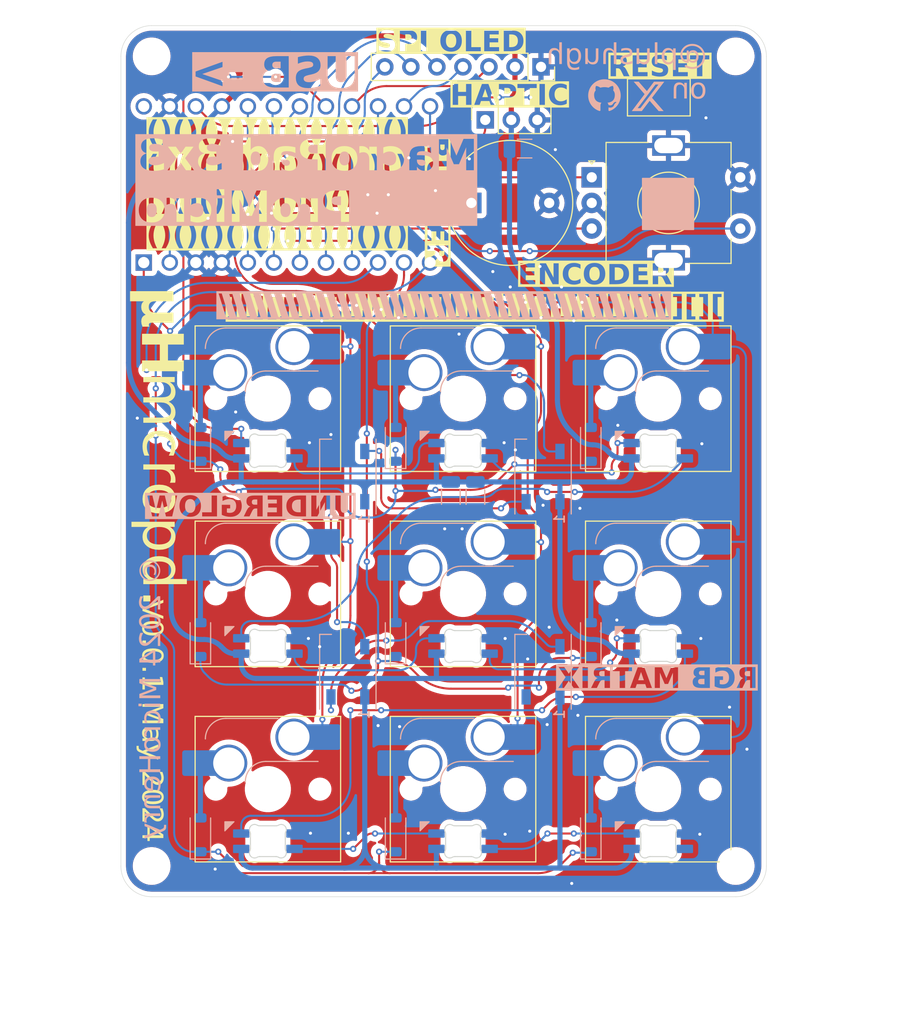
<source format=kicad_pcb>
(kicad_pcb (version 20240108) (generator "pcbnew") (generator_version "8.0")
  (layers (0 "F.Cu" signal) (31 "B.Cu" signal) (34 "B.Paste" user) (35 "F.Paste" user) (36 "B.SilkS" user "B.Silkscreen") (37 "F.SilkS" user "F.Silkscreen") (38 "B.Mask" user) (39 "F.Mask" user) (44 "Edge.Cuts" user))
  (net 0 "")
  (net 1 "GND")
  (net 2 "/buzzer")
  (net 3 "VCC")
  (net 4 "/row1")
  (net 5 "/sw1")
  (net 6 "/sw2")
  (net 7 "/sw3")
  (net 8 "/sw4")
  (net 9 "/row2")
  (net 10 "/sw5")
  (net 11 "/sw6")
  (net 12 "/sw7")
  (net 13 "/row3")
  (net 14 "/sw8")
  (net 15 "/sw9")
  (net 16 "/underglow_din")
  (net 17 "/underglow1")
  (net 18 "/underglow2")
  (net 19 "/underglow3")
  (net 21 "/mosi")
  (net 22 "/clk")
  (net 23 "/dc")
  (net 24 "/reset")
  (net 25 "/cs")
  (net 26 "/haptic")
  (net 27 "/led_din")
  (net 28 "/led1")
  (net 29 "/led2")
  (net 30 "/led3")
  (net 31 "/led4")
  (net 32 "/led5")
  (net 33 "/led6")
  (net 34 "/led7")
  (net 35 "/led8")
  (net 37 "/col3")
  (net 38 "/col2")
  (net 39 "/col1")
  (net 40 "/rst")
  (net 41 "/enc_b")
  (net 42 "/enc_sw")
  (net 43 "/enc_a")
  (footprint "PCM_Switch_Keyboard_Hotswap_Kailh:SW_Hotswap_Kailh_MX_Plated_1.00u" (layer "F.Cu") (at 164.3425 91.5)
    (property "Reference" "MX7" (hide yes))
    (property "Value" "SW_Push")
  )
  (footprint "promicro:MX_SK6812MINI-E_REV" (layer "F.Cu") (at 164.3425 72.45)
    (property "Reference" "LED4" (hide yes))
    (property "Value" "SK6812MINI")
    (fp_line (start -1.699999 5.782842) (end -1.699999 4.377158) (stroke (width 0.1)) (layer "Edge.Cuts"))
    (fp_line (start -0.794452 3.58) (end 0.794452 3.58) (stroke (width 0.1)) (layer "Edge.Cuts"))
    (fp_line (start 0.794452 6.579999) (end -0.794453 6.579999) (stroke (width 0.1)) (layer "Edge.Cuts"))
    (fp_line (start 1.699999 4.377158) (end 1.699999 5.782842) (stroke (width 0.1)) (layer "Edge.Cuts"))
    (fp_arc (start -1.749484 4.16028) (mid -1.712527 4.265932) (end -1.699999 4.377158) (stroke (width 0.1)) (layer "Edge.Cuts"))
    (fp_arc (start -1.749484 4.160281) (mid -1.638072 3.575965) (end -1.046711 3.511701) (stroke (width 0.1)) (layer "Edge.Cuts"))
    (fp_arc (start -1.699999 5.782843) (mid -1.712527 5.894068) (end -1.749484 5.99972) (stroke (width 0.1)) (layer "Edge.Cuts"))
    (fp_arc (start -1.046711 6.648298) (mid -1.638071 6.584034) (end -1.749484 5.99972) (stroke (width 0.1)) (layer "Edge.Cuts"))
    (fp_arc (start -1.046711 6.648298) (mid -0.925123 6.597376) (end -0.794453 6.579999) (stroke (width 0.1)) (layer "Edge.Cuts"))
    (fp_arc (start -0.794452 3.58) (mid -0.925123 3.562623) (end -1.046711 3.511701) (stroke (width 0.1)) (layer "Edge.Cuts"))
    (fp_arc (start 0.794453 6.58) (mid 0.925123 6.597377) (end 1.046711 6.648299) (stroke (width 0.1)) (layer "Edge.Cuts"))
    (fp_arc (start 1.04671 3.511701) (mid 0.925122 3.562623) (end 0.794452 3.58) (stroke (width 0.1)) (layer "Edge.Cuts"))
    (fp_arc (start 1.046711 3.511703) (mid 1.63807 3.575965) (end 1.749484 4.16028) (stroke (width 0.1)) (layer "Edge.Cuts"))
    (fp_arc (start 1.699999 4.377157) (mid 1.712527 4.265931) (end 1.749484 4.16028) (stroke (width 0.1)) (layer "Edge.Cuts"))
    (fp_arc (start 1.749484 5.99972) (mid 1.638072 6.584037) (end 1.046711 6.648299) (stroke (width 0.1)) (layer "Edge.Cuts"))
    (fp_arc (start 1.749484 5.99972) (mid 1.712518 5.89407) (end 1.699999 5.782842) (stroke (width 0.1)) (layer "Edge.Cuts"))
  )
  (footprint "MountingHole:MountingHole_3.2mm_M3" (layer "F.Cu") (at 210 20)
    (property "Reference" "H2" (hide yes))
    (property "Value" "MountingHole")
  )
  (footprint "Connector_PinSocket_2.54mm:PinSocket_1x03_P2.54mm_Vertical" (layer "F.Cu") (at 185.56 26.2 90)
    (property "Reference" "J2" (hide yes))
    (property "Value" "Haptic Motor")
  )
  (footprint "Rotary_Encoder:RotaryEncoder_Alps_EC11E-Switch_Vertical_H20mm" (layer "F.Cu") (at 195.95 31.8)
    (property "Reference" "SW2" (hide yes))
    (property "Value" "RotaryEncoder_Switch_MP")
  )
  (footprint "promicro:MX_SK6812MINI-E_REV" (layer "F.Cu") (at 183.3925 72.45)
    (property "Reference" "LED5" (hide yes))
    (property "Value" "SK6812MINI")
    (fp_line (start -1.699999 5.782842) (end -1.699999 4.377158) (stroke (width 0.1)) (layer "Edge.Cuts"))
    (fp_line (start -0.794452 3.58) (end 0.794452 3.58) (stroke (width 0.1)) (layer "Edge.Cuts"))
    (fp_line (start 0.794452 6.579999) (end -0.794453 6.579999) (stroke (width 0.1)) (layer "Edge.Cuts"))
    (fp_line (start 1.699999 4.377158) (end 1.699999 5.782842) (stroke (width 0.1)) (layer "Edge.Cuts"))
    (fp_arc (start -1.749484 4.16028) (mid -1.712527 4.265932) (end -1.699999 4.377158) (stroke (width 0.1)) (layer "Edge.Cuts"))
    (fp_arc (start -1.749484 4.160281) (mid -1.638072 3.575965) (end -1.046711 3.511701) (stroke (width 0.1)) (layer "Edge.Cuts"))
    (fp_arc (start -1.699999 5.782843) (mid -1.712527 5.894068) (end -1.749484 5.99972) (stroke (width 0.1)) (layer "Edge.Cuts"))
    (fp_arc (start -1.046711 6.648298) (mid -1.638071 6.584034) (end -1.749484 5.99972) (stroke (width 0.1)) (layer "Edge.Cuts"))
    (fp_arc (start -1.046711 6.648298) (mid -0.925123 6.597376) (end -0.794453 6.579999) (stroke (width 0.1)) (layer "Edge.Cuts"))
    (fp_arc (start -0.794452 3.58) (mid -0.925123 3.562623) (end -1.046711 3.511701) (stroke (width 0.1)) (layer "Edge.Cuts"))
    (fp_arc (start 0.794453 6.58) (mid 0.925123 6.597377) (end 1.046711 6.648299) (stroke (width 0.1)) (layer "Edge.Cuts"))
    (fp_arc (start 1.04671 3.511701) (mid 0.925122 3.562623) (end 0.794452 3.58) (stroke (width 0.1)) (layer "Edge.Cuts"))
    (fp_arc (start 1.046711 3.511703) (mid 1.63807 3.575965) (end 1.749484 4.16028) (stroke (width 0.1)) (layer "Edge.Cuts"))
    (fp_arc (start 1.699999 4.377157) (mid 1.712527 4.265931) (end 1.749484 4.16028) (stroke (width 0.1)) (layer "Edge.Cuts"))
    (fp_arc (start 1.749484 5.99972) (mid 1.638072 6.584037) (end 1.046711 6.648299) (stroke (width 0.1)) (layer "Edge.Cuts"))
    (fp_arc (start 1.749484 5.99972) (mid 1.712518 5.89407) (end 1.699999 5.782842) (stroke (width 0.1)) (layer "Edge.Cuts"))
  )
  (footprint "Connector_PinSocket_2.54mm:PinSocket_1x07_P2.54mm_Vertical" (layer "F.Cu") (at 191 21.025 -90)
    (property "Reference" "J1" (hide yes))
    (property "Value" "7-pin OLED")
  )
  (footprint "PCM_Switch_Keyboard_Hotswap_Kailh:SW_Hotswap_Kailh_MX_Plated_1.00u" (layer "F.Cu") (at 183.3925 91.5)
    (property "Reference" "MX8" (hide yes))
    (property "Value" "SW_Push")
  )
  (footprint "promicro:MX_SK6812MINI-E_REV" (layer "F.Cu") (at 202.4425 72.45)
    (property "Reference" "LED6" (hide yes))
    (property "Value" "SK6812MINI")
    (fp_line (start -1.699999 5.782842) (end -1.699999 4.377158) (stroke (width 0.1)) (layer "Edge.Cuts"))
    (fp_line (start -0.794452 3.58) (end 0.794452 3.58) (stroke (width 0.1)) (layer "Edge.Cuts"))
    (fp_line (start 0.794452 6.579999) (end -0.794453 6.579999) (stroke (width 0.1)) (layer "Edge.Cuts"))
    (fp_line (start 1.699999 4.377158) (end 1.699999 5.782842) (stroke (width 0.1)) (layer "Edge.Cuts"))
    (fp_arc (start -1.749484 4.16028) (mid -1.712527 4.265932) (end -1.699999 4.377158) (stroke (width 0.1)) (layer "Edge.Cuts"))
    (fp_arc (start -1.749484 4.160281) (mid -1.638072 3.575965) (end -1.046711 3.511701) (stroke (width 0.1)) (layer "Edge.Cuts"))
    (fp_arc (start -1.699999 5.782843) (mid -1.712527 5.894068) (end -1.749484 5.99972) (stroke (width 0.1)) (layer "Edge.Cuts"))
    (fp_arc (start -1.046711 6.648298) (mid -1.638071 6.584034) (end -1.749484 5.99972) (stroke (width 0.1)) (layer "Edge.Cuts"))
    (fp_arc (start -1.046711 6.648298) (mid -0.925123 6.597376) (end -0.794453 6.579999) (stroke (width 0.1)) (layer "Edge.Cuts"))
    (fp_arc (start -0.794452 3.58) (mid -0.925123 3.562623) (end -1.046711 3.511701) (stroke (width 0.1)) (layer "Edge.Cuts"))
    (fp_arc (start 0.794453 6.58) (mid 0.925123 6.597377) (end 1.046711 6.648299) (stroke (width 0.1)) (layer "Edge.Cuts"))
    (fp_arc (start 1.04671 3.511701) (mid 0.925122 3.562623) (end 0.794452 3.58) (stroke (width 0.1)) (layer "Edge.Cuts"))
    (fp_arc (start 1.046711 3.511703) (mid 1.63807 3.575965) (end 1.749484 4.16028) (stroke (width 0.1)) (layer "Edge.Cuts"))
    (fp_arc (start 1.699999 4.377157) (mid 1.712527 4.265931) (end 1.749484 4.16028) (stroke (width 0.1)) (layer "Edge.Cuts"))
    (fp_arc (start 1.749484 5.99972) (mid 1.638072 6.584037) (end 1.046711 6.648299) (stroke (width 0.1)) (layer "Edge.Cuts"))
    (fp_arc (start 1.749484 5.99972) (mid 1.712518 5.89407) (end 1.699999 5.782842) (stroke (width 0.1)) (layer "Edge.Cuts"))
  )
  (footprint "PCM_Switch_Keyboard_Hotswap_Kailh:SW_Hotswap_Kailh_MX_Plated_1.00u" (layer "F.Cu") (at 164.3425 72.45)
    (property "Reference" "MX4" (hide yes))
    (property "Value" "SW_Push")
  )
  (footprint "promicro:MX_SK6812MINI-E_REV" (layer "F.Cu") (at 183.3925 53.4)
    (property "Reference" "LED2" (hide yes))
    (property "Value" "SK6812MINI")
    (fp_line (start -1.699999 5.782842) (end -1.699999 4.377158) (stroke (width 0.1)) (layer "Edge.Cuts"))
    (fp_line (start -0.794452 3.58) (end 0.794452 3.58) (stroke (width 0.1)) (layer "Edge.Cuts"))
    (fp_line (start 0.794452 6.579999) (end -0.794453 6.579999) (stroke (width 0.1)) (layer "Edge.Cuts"))
    (fp_line (start 1.699999 4.377158) (end 1.699999 5.782842) (stroke (width 0.1)) (layer "Edge.Cuts"))
    (fp_arc (start -1.749484 4.16028) (mid -1.712527 4.265932) (end -1.699999 4.377158) (stroke (width 0.1)) (layer "Edge.Cuts"))
    (fp_arc (start -1.749484 4.160281) (mid -1.638072 3.575965) (end -1.046711 3.511701) (stroke (width 0.1)) (layer "Edge.Cuts"))
    (fp_arc (start -1.699999 5.782843) (mid -1.712527 5.894068) (end -1.749484 5.99972) (stroke (width 0.1)) (layer "Edge.Cuts"))
    (fp_arc (start -1.046711 6.648298) (mid -1.638071 6.584034) (end -1.749484 5.99972) (stroke (width 0.1)) (layer "Edge.Cuts"))
    (fp_arc (start -1.046711 6.648298) (mid -0.925123 6.597376) (end -0.794453 6.579999) (stroke (width 0.1)) (layer "Edge.Cuts"))
    (fp_arc (start -0.794452 3.58) (mid -0.925123 3.562623) (end -1.046711 3.511701) (stroke (width 0.1)) (layer "Edge.Cuts"))
    (fp_arc (start 0.794453 6.58) (mid 0.925123 6.597377) (end 1.046711 6.648299) (stroke (width 0.1)) (layer "Edge.Cuts"))
    (fp_arc (start 1.04671 3.511701) (mid 0.925122 3.562623) (end 0.794452 3.58) (stroke (width 0.1)) (layer "Edge.Cuts"))
    (fp_arc (start 1.046711 3.511703) (mid 1.63807 3.575965) (end 1.749484 4.16028) (stroke (width 0.1)) (layer "Edge.Cuts"))
    (fp_arc (start 1.699999 4.377157) (mid 1.712527 4.265931) (end 1.749484 4.16028) (stroke (width 0.1)) (layer "Edge.Cuts"))
    (fp_arc (start 1.749484 5.99972) (mid 1.638072 6.584037) (end 1.046711 6.648299) (stroke (width 0.1)) (layer "Edge.Cuts"))
    (fp_arc (start 1.749484 5.99972) (mid 1.712518 5.89407) (end 1.699999 5.782842) (stroke (width 0.1)) (layer "Edge.Cuts"))
  )
  (footprint "promicro:MX_SK6812MINI-E_REV" (layer "F.Cu") (at 164.3425 53.4)
    (property "Reference" "LED1" (hide yes))
    (property "Value" "SK6812MINI")
    (fp_line (start -1.699999 5.782842) (end -1.699999 4.377158) (stroke (width 0.1)) (layer "Edge.Cuts"))
    (fp_line (start -0.794452 3.58) (end 0.794452 3.58) (stroke (width 0.1)) (layer "Edge.Cuts"))
    (fp_line (start 0.794452 6.579999) (end -0.794453 6.579999) (stroke (width 0.1)) (layer "Edge.Cuts"))
    (fp_line (start 1.699999 4.377158) (end 1.699999 5.782842) (stroke (width 0.1)) (layer "Edge.Cuts"))
    (fp_arc (start -1.749484 4.16028) (mid -1.712527 4.265932) (end -1.699999 4.377158) (stroke (width 0.1)) (layer "Edge.Cuts"))
    (fp_arc (start -1.749484 4.160281) (mid -1.638072 3.575965) (end -1.046711 3.511701) (stroke (width 0.1)) (layer "Edge.Cuts"))
    (fp_arc (start -1.699999 5.782843) (mid -1.712527 5.894068) (end -1.749484 5.99972) (stroke (width 0.1)) (layer "Edge.Cuts"))
    (fp_arc (start -1.046711 6.648298) (mid -1.638071 6.584034) (end -1.749484 5.99972) (stroke (width 0.1)) (layer "Edge.Cuts"))
    (fp_arc (start -1.046711 6.648298) (mid -0.925123 6.597376) (end -0.794453 6.579999) (stroke (width 0.1)) (layer "Edge.Cuts"))
    (fp_arc (start -0.794452 3.58) (mid -0.925123 3.562623) (end -1.046711 3.511701) (stroke (width 0.1)) (layer "Edge.Cuts"))
    (fp_arc (start 0.794453 6.58) (mid 0.925123 6.597377) (end 1.046711 6.648299) (stroke (width 0.1)) (layer "Edge.Cuts"))
    (fp_arc (start 1.04671 3.511701) (mid 0.925122 3.562623) (end 0.794452 3.58) (stroke (width 0.1)) (layer "Edge.Cuts"))
    (fp_arc (start 1.046711 3.511703) (mid 1.63807 3.575965) (end 1.749484 4.16028) (stroke (width 0.1)) (layer "Edge.Cuts"))
    (fp_arc (start 1.699999 4.377157) (mid 1.712527 4.265931) (end 1.749484 4.16028) (stroke (width 0.1)) (layer "Edge.Cuts"))
    (fp_arc (start 1.749484 5.99972) (mid 1.638072 6.584037) (end 1.046711 6.648299) (stroke (width 0.1)) (layer "Edge.Cuts"))
    (fp_arc (start 1.749484 5.99972) (mid 1.712518 5.89407) (end 1.699999 5.782842) (stroke (width 0.1)) (layer "Edge.Cuts"))
  )
  (footprint "Button_Switch_SMD:SW_SPST_FSMSM" (layer "F.Cu") (at 202.5 24)
    (property "Reference" "SW1" (hide yes))
    (property "Value" "SW_Push")
  )
  (footprint "PCM_Switch_Keyboard_Hotswap_Kailh:SW_Hotswap_Kailh_MX_Plated_1.00u" (layer "F.Cu") (at 183.3925 53.4)
    (property "Reference" "MX2" (hide yes))
    (property "Value" "SW_Push")
  )
  (footprint "MountingHole:MountingHole_3.2mm_M3" (layer "F.Cu") (at 210 99)
    (property "Reference" "H3" (hide yes))
    (property "Value" "MountingHole")
  )
  (footprint "MountingHole:MountingHole_3.2mm_M3" (layer "F.Cu") (at 153 99)
    (property "Reference" "H4" (hide yes))
    (property "Value" "MountingHole")
  )
  (footprint "MountingHole:MountingHole_3.2mm_M3" (layer "F.Cu") (at 153 20)
    (property "Reference" "H1" (hide yes))
    (property "Value" "MountingHole")
  )
  (footprint "PCM_Switch_Keyboard_Hotswap_Kailh:SW_Hotswap_Kailh_MX_Plated_1.00u" (layer "F.Cu") (at 183.3925 72.45)
    (property "Reference" "MX5" (hide yes))
    (property "Value" "SW_Push")
  )
  (footprint "promicro:ProMicro-NoSilk" (layer "F.Cu") (at 166.2 32.5)
    (property "Reference" "U1" (hide yes))
    (property "Value" "ProMicro")
  )
  (footprint "PCM_Switch_Keyboard_Hotswap_Kailh:SW_Hotswap_Kailh_MX_Plated_1.00u" (layer "F.Cu") (at 202.4425 53.4)
    (property "Reference" "MX3" (hide yes))
    (property "Value" "SW_Push")
  )
  (footprint "PCM_Switch_Keyboard_Hotswap_Kailh:SW_Hotswap_Kailh_MX_Plated_1.00u" (layer "F.Cu") (at 164.3425 53.4)
    (property "Reference" "MX1" (hide yes))
    (property "Value" "SW_Push")
  )
  (footprint "promicro:MX_SK6812MINI-E_REV" (layer "F.Cu") (at 183.3925 91.5)
    (property "Reference" "LED8" (hide yes))
    (property "Value" "SK6812MINI")
    (fp_line (start -1.699999 5.782842) (end -1.699999 4.377158) (stroke (width 0.1)) (layer "Edge.Cuts"))
    (fp_line (start -0.794452 3.58) (end 0.794452 3.58) (stroke (width 0.1)) (layer "Edge.Cuts"))
    (fp_line (start 0.794452 6.579999) (end -0.794453 6.579999) (stroke (width 0.1)) (layer "Edge.Cuts"))
    (fp_line (start 1.699999 4.377158) (end 1.699999 5.782842) (stroke (width 0.1)) (layer "Edge.Cuts"))
    (fp_arc (start -1.749484 4.16028) (mid -1.712527 4.265932) (end -1.699999 4.377158) (stroke (width 0.1)) (layer "Edge.Cuts"))
    (fp_arc (start -1.749484 4.160281) (mid -1.638072 3.575965) (end -1.046711 3.511701) (stroke (width 0.1)) (layer "Edge.Cuts"))
    (fp_arc (start -1.699999 5.782843) (mid -1.712527 5.894068) (end -1.749484 5.99972) (stroke (width 0.1)) (layer "Edge.Cuts"))
    (fp_arc (start -1.046711 6.648298) (mid -1.638071 6.584034) (end -1.749484 5.99972) (stroke (width 0.1)) (layer "Edge.Cuts"))
    (fp_arc (start -1.046711 6.648298) (mid -0.925123 6.597376) (end -0.794453 6.579999) (stroke (width 0.1)) (layer "Edge.Cuts"))
    (fp_arc (start -0.794452 3.58) (mid -0.925123 3.562623) (end -1.046711 3.511701) (stroke (width 0.1)) (layer "Edge.Cuts"))
    (fp_arc (start 0.794453 6.58) (mid 0.925123 6.597377) (end 1.046711 6.648299) (stroke (width 0.1)) (layer "Edge.Cuts"))
    (fp_arc (start 1.04671 3.511701) (mid 0.925122 3.562623) (end 0.794452 3.58) (stroke (width 0.1)) (layer "Edge.Cuts"))
    (fp_arc (start 1.046711 3.511703) (mid 1.63807 3.575965) (end 1.749484 4.16028) (stroke (width 0.1)) (layer "Edge.Cuts"))
    (fp_arc (start 1.699999 4.377157) (mid 1.712527 4.265931) (end 1.749484 4.16028) (stroke (width 0.1)) (layer "Edge.Cuts"))
    (fp_arc (start 1.749484 5.99972) (mid 1.638072 6.584037) (end 1.046711 6.648299) (stroke (width 0.1)) (layer "Edge.Cuts"))
    (fp_arc (start 1.749484 5.99972) (mid 1.712518 5.89407) (end 1.699999 5.782842) (stroke (width 0.1)) (layer "Edge.Cuts"))
  )
  (footprint "promicro:MX_SK6812MINI-E_REV" (layer "F.Cu") (at 202.4425 53.4)
    (property "Reference" "LED3" (hide yes))
    (property "Value" "SK6812MINI")
    (fp_line (start -1.699999 5.782842) (end -1.699999 4.377158) (stroke (width 0.1)) (layer "Edge.Cuts"))
    (fp_line (start -0.794452 3.58) (end 0.794452 3.58) (stroke (width 0.1)) (layer "Edge.Cuts"))
    (fp_line (start 0.794452 6.579999) (end -0.794453 6.579999) (stroke (width 0.1)) (layer "Edge.Cuts"))
    (fp_line (start 1.699999 4.377158) (end 1.699999 5.782842) (stroke (width 0.1)) (layer "Edge.Cuts"))
    (fp_arc (start -1.749484 4.16028) (mid -1.712527 4.265932) (end -1.699999 4.377158) (stroke (width 0.1)) (layer "Edge.Cuts"))
    (fp_arc (start -1.749484 4.160281) (mid -1.638072 3.575965) (end -1.046711 3.511701) (stroke (width 0.1)) (layer "Edge.Cuts"))
    (fp_arc (start -1.699999 5.782843) (mid -1.712527 5.894068) (end -1.749484 5.99972) (stroke (width 0.1)) (layer "Edge.Cuts"))
    (fp_arc (start -1.046711 6.648298) (mid -1.638071 6.584034) (end -1.749484 5.99972) (stroke (width 0.1)) (layer "Edge.Cuts"))
    (fp_arc (start -1.046711 6.648298) (mid -0.925123 6.597376) (end -0.794453 6.579999) (stroke (width 0.1)) (layer "Edge.Cuts"))
    (fp_arc (start -0.794452 3.58) (mid -0.925123 3.562623) (end -1.046711 3.511701) (stroke (width 0.1)) (layer "Edge.Cuts"))
    (fp_arc (start 0.794453 6.58) (mid 0.925123 6.597377) (end 1.046711 6.648299) (stroke (width 0.1)) (layer "Edge.Cuts"))
    (fp_arc (start 1.04671 3.511701) (mid 0.925122 3.562623) (end 0.794452 3.58) (stroke (width 0.1)) (layer "Edge.Cuts"))
    (fp_arc (start 1.046711 3.511703) (mid 1.63807 3.575965) (end 1.749484 4.16028) (stroke (width 0.1)) (layer "Edge.Cuts"))
    (fp_arc (start 1.699999 4.377157) (mid 1.712527 4.265931) (end 1.749484 4.16028) (stroke (width 0.1)) (layer "Edge.Cuts"))
    (fp_arc (start 1.749484 5.99972) (mid 1.638072 6.584037) (end 1.046711 6.648299) (stroke (width 0.1)) (layer "Edge.Cuts"))
    (fp_arc (start 1.749484 5.99972) (mid 1.712518 5.89407) (end 1.699999 5.782842) (stroke (width 0.1)) (layer "Edge.Cuts"))
  )
  (footprint "promicro:MX_SK6812MINI-E_REV" (layer "F.Cu") (at 164.3425 91.5)
    (property "Reference" "LED7" (hide yes))
    (property "Value" "SK6812MINI")
    (fp_line (start -1.699999 5.782842) (end -1.699999 4.377158) (stroke (width 0.1)) (layer "Edge.Cuts"))
    (fp_line (start -0.794452 3.58) (end 0.794452 3.58) (stroke (width 0.1)) (layer "Edge.Cuts"))
    (fp_line (start 0.794452 6.579999) (end -0.794453 6.579999) (stroke (width 0.1)) (layer "Edge.Cuts"))
    (fp_line (start 1.699999 4.377158) (end 1.699999 5.782842) (stroke (width 0.1)) (layer "Edge.Cuts"))
    (fp_arc (start -1.749484 4.16028) (mid -1.712527 4.265932) (end -1.699999 4.377158) (stroke (width 0.1)) (layer "Edge.Cuts"))
    (fp_arc (start -1.749484 4.160281) (mid -1.638072 3.575965) (end -1.046711 3.511701) (stroke (width 0.1)) (layer "Edge.Cuts"))
    (fp_arc (start -1.699999 5.782843) (mid -1.712527 5.894068) (end -1.749484 5.99972) (stroke (width 0.1)) (layer "Edge.Cuts"))
    (fp_arc (start -1.046711 6.648298) (mid -1.638071 6.584034) (end -1.749484 5.99972) (stroke (width 0.1)) (layer "Edge.Cuts"))
    (fp_arc (start -1.046711 6.648298) (mid -0.925123 6.597376) (end -0.794453 6.579999) (stroke (width 0.1)) (layer "Edge.Cuts"))
    (fp_arc (start -0.794452 3.58) (mid -0.925123 3.562623) (end -1.046711 3.511701) (stroke (width 0.1)) (layer "Edge.Cuts"))
    (fp_arc (start 0.794453 6.58) (mid 0.925123 6.597377) (end 1.046711 6.648299) (stroke (width 0.1)) (layer "Edge.Cuts"))
    (fp_arc (start 1.04671 3.511701) (mid 0.925122 3.562623) (end 0.794452 3.58) (stroke (width 0.1)) (layer "Edge.Cuts"))
    (fp_arc (start 1.046711 3.511703) (mid 1.63807 3.575965) (end 1.749484 4.16028) (stroke (width 0.1)) (layer "Edge.Cuts"))
    (fp_arc (start 1.699999 4.377157) (mid 1.712527 4.265931) (end 1.749484 4.16028) (stroke (width 0.1)) (layer "Edge.Cuts"))
    (fp_arc (start 1.749484 5.99972) (mid 1.638072 6.584037) (end 1.046711 6.648299) (stroke (width 0.1)) (layer "Edge.Cuts"))
    (fp_arc (start 1.749484 5.99972) (mid 1.712518 5.89407) (end 1.699999 5.782842) (stroke (width 0.1)) (layer "Edge.Cuts"))
  )
  (footprint "PCM_Switch_Keyboard_Hotswap_Kailh:SW_Hotswap_Kailh_MX_Plated_1.00u" (layer "F.Cu") (at 202.4425 72.45)
    (property "Reference" "MX6" (hide yes))
    (property "Value" "SW_Push")
  )
  (footprint "promicro:MX_SK6812MINI-E_REV" (layer "F.Cu") (at 202.4425 91.5)
    (property "Reference" "LED9" (hide yes))
    (property "Value" "SK6812MINI")
    (fp_line (start -1.699999 5.782842) (end -1.699999 4.377158) (stroke (width 0.1)) (layer "Edge.Cuts"))
    (fp_line (start -0.794452 3.58) (end 0.794452 3.58) (stroke (width 0.1)) (layer "Edge.Cuts"))
    (fp_line (start 0.794452 6.579999) (end -0.794453 6.579999) (stroke (width 0.1)) (layer "Edge.Cuts"))
    (fp_line (start 1.699999 4.377158) (end 1.699999 5.782842) (stroke (width 0.1)) (layer "Edge.Cuts"))
    (fp_arc (start -1.749484 4.16028) (mid -1.712527 4.265932) (end -1.699999 4.377158) (stroke (width 0.1)) (layer "Edge.Cuts"))
    (fp_arc (start -1.749484 4.160281) (mid -1.638072 3.575965) (end -1.046711 3.511701) (stroke (width 0.1)) (layer "Edge.Cuts"))
    (fp_arc (start -1.699999 5.782843) (mid -1.712527 5.894068) (end -1.749484 5.99972) (stroke (width 0.1)) (layer "Edge.Cuts"))
    (fp_arc (start -1.046711 6.648298) (mid -1.638071 6.584034) (end -1.749484 5.99972) (stroke (width 0.1)) (layer "Edge.Cuts"))
    (fp_arc (start -1.046711 6.648298) (mid -0.925123 6.597376) (end -0.794453 6.579999) (stroke (width 0.1)) (layer "Edge.Cuts"))
    (fp_arc (start -0.794452 3.58) (mid -0.925123 3.562623) (end -1.046711 3.511701) (stroke (width 0.1)) (layer "Edge.Cuts"))
    (fp_arc (start 0.794453 6.58) (mid 0.925123 6.597377) (end 1.046711 6.648299) (stroke (width 0.1)) (layer "Edge.Cuts"))
    (fp_arc (start 1.04671 3.511701) (mid 0.925122 3.562623) (end 0.794452 3.58) (stroke (width 0.1)) (layer "Edge.Cuts"))
    (fp_arc (start 1.046711 3.511703) (mid 1.63807 3.575965) (end 1.749484 4.16028) (stroke (width 0.1)) (layer "Edge.Cuts"))
    (fp_arc (start 1.699999 4.377157) (mid 1.712527 4.265931) (end 1.749484 4.16028) (stroke (width 0.1)) (layer "Edge.Cuts"))
    (fp_arc (start 1.749484 5.99972) (mid 1.638072 6.584037) (end 1.046711 6.648299) (stroke (width 0.1)) (layer "Edge.Cuts"))
    (fp_arc (start 1.749484 5.99972) (mid 1.712518 5.89407) (end 1.699999 5.782842) (stroke (width 0.1)) (layer "Edge.Cuts"))
  )
  (footprint "Buzzer_Beeper:Buzzer_12x9.5RM7.6" (layer "F.Cu") (at 184.2 34.3)
    (property "Reference" "BZ1" (hide yes))
    (property "Value" "Buzzer")
  )
  (footprint "PCM_Switch_Keyboard_Hotswap_Kailh:SW_Hotswap_Kailh_MX_Plated_1.00u" (layer "F.Cu") (at 202.4425 91.5)
    (property "Reference" "MX9" (hide yes))
    (property "Value" "SW_Push")
  )
  (footprint "LED_SMD:LED_WS2812B_PLCC4_5.0x5.0mm_P3.2mm" (layer "B.Cu") (at 191.2 61 90)
    (property "Reference" "D10" (hide yes))
    (property "Value" "WS2812B")
  )
  (footprint "LED_SMD:LED_WS2812B_PLCC4_5.0x5.0mm_P3.2mm" (layer "B.Cu") (at 191.2 80.05 90)
    (property "Reference" "D13" (hide yes))
    (property "Value" "WS2812B")
  )
  (footprint "LED_SMD:LED_WS2812B_PLCC4_5.0x5.0mm_P3.2mm" (layer "B.Cu") (at 172.15 80.05 90)
    (property "Reference" "D12" (hide yes))
    (property "Value" "WS2812B")
  )
  (footprint "Diode_SMD:D_SOD-123" (layer "B.Cu") (at 176.8075 76.91 90)
    (property "Reference" "D5" (hide yes))
    (property "Value" "1N4148W")
  )
  (footprint "Diode_SMD:D_SOD-123" (layer "B.Cu") (at 195.8575 76.91 90)
    (property "Reference" "D6" (hide yes))
    (property "Value" "1N4148W")
  )
  (footprint "Diode_SMD:D_SOD-123" (layer "B.Cu") (at 176.8075 57.86 90)
    (property "Reference" "D2" (hide yes))
    (property "Value" "1N4148W")
  )
  (footprint "Capacitor_SMD:C_1206_3216Metric" (layer "B.Cu") (at 182.2 63 -90)
    (property "Reference" "C1" (hide yes))
    (property "Value" "1u")
  )
  (footprint "Capacitor_SMD:C_1206_3216Metric" (layer "B.Cu") (at 189.4 29)
    (property "Reference" "C3" (hide yes))
    (property "Value" "1u")
  )
  (footprint "Diode_SMD:D_SOD-123" (layer "B.Cu") (at 157.7575 57.86 90)
    (property "Reference" "D1" (hide yes))
    (property "Value" "1N4148W")
  )
  (footprint "Diode_SMD:D_SOD-123" (layer "B.Cu") (at 195.8575 95.96 90)
    (property "Reference" "D9" (hide yes))
    (property "Value" "1N4148W")
  )
  (footprint "Diode_SMD:D_SOD-123" (layer "B.Cu") (at 157.7575 95.96 90)
    (property "Reference" "D7" (hide yes))
    (property "Value" "1N4148W")
  )
  (footprint "LED_SMD:LED_WS2812B_PLCC4_5.0x5.0mm_P3.2mm" (layer "B.Cu") (at 172.15 61 90)
    (property "Reference" "D11" (hide yes))
    (property "Value" "WS2812B")
  )
  (footprint "Capacitor_SMD:C_1206_3216Metric" (layer "B.Cu") (at 184.6 63 -90)
    (property "Reference" "C2" (hide yes))
    (property "Value" "1u")
  )
  (footprint "Diode_SMD:D_SOD-123" (layer "B.Cu") (at 176.8075 95.96 90)
    (property "Reference" "D8" (hide yes))
    (property "Value" "1N4148W")
  )
  (footprint "Diode_SMD:D_SOD-123" (layer "B.Cu") (at 157.7575 76.91 90)
    (property "Reference" "D4" (hide yes))
    (property "Value" "1N4148W")
  )
  (footprint "Diode_SMD:D_SOD-123" (layer "B.Cu") (at 195.8575 57.86 90)
    (property "Reference" "D3" (hide yes))
    (property "Value" "1N4148W")
  )
  (gr_poly (pts (xy 201.109481 23.687224) (xy 199.858134 25.341266) (xy 200.837886 25.341266) (xy 201.605178 24.337966) (xy 202.48333 25.341266) (xy 202.970428 25.341266) (xy 201.832719 24.040839) (xy 202.822034 22.747556) (xy 202.464544 22.747556) (xy 200.703478 25.04996) (xy 200.433735 25.04996) (xy 202.17509 22.747556) (xy 202.464544 22.747556) (xy 202.822034 22.747556) (xy 203.033134 22.471596) (xy 202.028511 22.471596) (xy 201.334906 23.388641) (xy 200.532689 22.471463) (xy 200.045856 22.471463)) (stroke (width -0.000001)) (fill solid) (layer "B.SilkS"))
  (gr_rect (start 200.9 31.9) (end 205.9 36.9) (stroke (width 0.1)) (fill solid) (layer "B.SilkS"))
  (gr_poly (pts (xy 197.109434 22.237774) (xy 197.028819 22.243905) (xy 196.949374 22.254002) (xy 196.871201 22.267963) (xy 196.7944 22.285691) (xy 196.719069 22.307084) (xy 196.645309 22.332044) (xy 196.573219 22.36047) (xy 196.502899 22.392263) (xy 196.43445 22.427322) (xy 196.36797 22.465549) (xy 196.30356 22.506843) (xy 196.241319 22.551105) (xy 196.181348 22.598234) (xy 196.123745 22.648132) (xy 196.068611 22.700697) (xy 196.016045 22.755831) (xy 195.966148 22.813434) (xy 195.919018 22.873406) (xy 195.874757 22.935646) (xy 195.833463 23.000057) (xy 195.795236 23.066536) (xy 195.760176 23.134986) (xy 195.728384 23.205305) (xy 195.699958 23.277395) (xy 195.674998 23.351155) (xy 195.653604 23.426486) (xy 195.635877 23.503288) (xy 195.621915 23.581461) (xy 195.611819 23.660905) (xy 195.605688 23.741521) (xy 195.603622 23.823209) (xy 195.604945 23.888562) (xy 195.608881 23.953248) (xy 195.615379 24.017214) (xy 195.624389 24.08041) (xy 195.635861 24.142782) (xy 195.649745 24.20428) (xy 195.665992 24.264852) (xy 195.68455 24.324447) (xy 195.705369 24.383013) (xy 195.728401 24.440497) (xy 195.753593 24.496849) (xy 195.780897 24.552017) (xy 195.810263 24.60595) (xy 195.841639 24.658595) (xy 195.874976 24.709901) (xy 195.910225 24.759817) (xy 195.947334 24.80829) (xy 195.986253 24.85527) (xy 196.026933 24.900704) (xy 196.069324 24.944542) (xy 196.113374 24.98673) (xy 196.159035 25.027219) (xy 196.206256 25.065955) (xy 196.254987 25.102888) (xy 196.305178 25.137966) (xy 196.356778 25.171137) (xy 196.409738 25.20235) (xy 196.464007 25.231553) (xy 196.519536 25.258694) (xy 196.576273 25.283722) (xy 196.63417 25.306586) (xy 196.693176 25.327232) (xy 196.700647 25.328531) (xy 196.707809 25.329459) (xy 196.714667 25.330031) (xy 196.721225 25.330259) (xy 196.727488 25.330158) (xy 196.73346 25.329739) (xy 196.739147 25.329018) (xy 196.744553 25.328008) (xy 196.749683 25.326721) (xy 196.754541 25.325171) (xy 196.759133 25.323372) (xy 196.763463 25.321337) (xy 196.767535 25.31908) (xy 196.771355 25.316614) (xy 196.774927 25.313953) (xy 196.778256 25.311109) (xy 196.781347 25.308097) (xy 196.784204 25.30493) (xy 196.786832 25.301621) (xy 196.789236 25.298184) (xy 196.791421 25.294632) (xy 196.79339 25.290978) (xy 196.79515 25.287237) (xy 196.796705 25.283421) (xy 196.798059 25.279544) (xy 196.799217 25.27562) (xy 196.800184 25.271661) (xy 196.800964 25.267682) (xy 196.801985 25.259715) (xy 196.802317 25.251826) (xy 196.800332 24.817116) (xy 196.800482 24.803326) (xy 196.800925 24.789836) (xy 196.801653 24.776647) (xy 196.802658 24.763758) (xy 196.803929 24.751168) (xy 196.80546 24.738878) (xy 196.809262 24.715193) (xy 196.813994 24.692703) (xy 196.819587 24.671404) (xy 196.82597 24.651294) (xy 196.833075 24.632371) (xy 196.84083 24.614632) (xy 196.849167 24.598075) (xy 196.858015 24.582698) (xy 196.867305 24.568499) (xy 196.876967 24.555474) (xy 196.886932 24.543623) (xy 196.897129 24.532941) (xy 196.907489 24.523428) (xy 196.841146 24.514902) (xy 196.774954 24.503586) (xy 196.709483 24.488923) (xy 196.645303 24.470357) (xy 196.582983 24.447329) (xy 196.523093 24.419284) (xy 196.494238 24.403205) (xy 196.466204 24.385663) (xy 196.439062 24.366587) (xy 196.412883 24.345909) (xy 196.38774 24.323559) (xy 196.363702 24.299467) (xy 196.340842 24.273563) (xy 196.31923 24.245777) (xy 196.298938 24.216041) (xy 196.280037 24.184284) (xy 196.262597 24.150437) (xy 196.246692 24.11443) (xy 196.23239 24.076194) (xy 196.219765 24.035658) (xy 196.208887 23.992753) (xy 196.199826 23.94741) (xy 196.192655 23.89956) (xy 196.187445 23.849131) (xy 196.184267 23.796055) (xy 196.183192 23.740262) (xy 196.183907 23.708139) (xy 196.186033 23.676759) (xy 196.189536 23.646119) (xy 196.194385 23.616218) (xy 196.200548 23.587052) (xy 196.207992 23.558622) (xy 196.216687 23.530923) (xy 196.2266 23.503956) (xy 196.237699 23.477717) (xy 196.249951 23.452204) (xy 196.263326 23.427417) (xy 196.277791 23.403352) (xy 196.293313 23.380008) (xy 196.309862 23.357383) (xy 196.327405 23.335475) (xy 196.34591 23.314282) (xy 196.338535 23.293689) (xy 196.329694 23.262474) (xy 196.325372 23.243117) (xy 196.321459 23.221386) (xy 196.318214 23.197374) (xy 196.315897 23.171176) (xy 196.314766 23.142885) (xy 196.315079 23.112595) (xy 196.317096 23.080399) (xy 196.321075 23.046392) (xy 196.327275 23.010667) (xy 196.335954 22.973318) (xy 196.347371 22.934439) (xy 196.361786 22.894124) (xy 196.368087 22.892695) (xy 196.387272 22.890676) (xy 196.401827 22.89051) (xy 196.419759 22.891473) (xy 196.441121 22.893991) (xy 196.465965 22.89849) (xy 196.494344 22.905394) (xy 196.526311 22.915131) (xy 196.561916 22.928124) (xy 196.601213 22.9448) (xy 196.644254 22.965585) (xy 196.691091 22.990903) (xy 196.741777 23.02118) (xy 196.796364 23.056843) (xy 196.844345 23.044432) (xy 196.892978 23.033682) (xy 196.942169 23.024577) (xy 196.991825 23.017106) (xy 197.041853 23.011253) (xy 197.09216 23.007004) (xy 197.142653 23.004346) (xy 197.193239 23.003265) (xy 197.243825 23.004346) (xy 197.294318 23.007004) (xy 197.344625 23.011253) (xy 197.394653 23.017106) (xy 197.444309 23.024577) (xy 197.493499 23.033682) (xy 197.542132 23.044432) (xy 197.590114 23.056843) (xy 197.618078 23.038312) (xy 197.64505 23.02118) (xy 197.671035 23.005395) (xy 197.696041 22.990903) (xy 197.720075 22.97765) (xy 197.743144 22.965585) (xy 197.765253 22.954652) (xy 197.786412 22.9448) (xy 197.806625 22.935975) (xy 197.825901 22.928124) (xy 197.844246 22.921194) (xy 197.861667 22.915131) (xy 197.878171 22.909882) (xy 197.893764 22.905394) (xy 197.908454 22.901615) (xy 197.922248 22.89849) (xy 197.935153 22.895966) (xy 197.947175 22.893991) (xy 197.958321 22.892511) (xy 197.968598 22.891473) (xy 197.978014 22.890824) (xy 197.986574 22.89051) (xy 198.001158 22.890676) (xy 198.012405 22.891546) (xy 198.02037 22.892695) (xy 198.026676 22.894124) (xy 198.034274 22.914455) (xy 198.04109 22.934439) (xy 198.047156 22.954064) (xy 198.052504 22.973318) (xy 198.057166 22.99219) (xy 198.061174 23.010667) (xy 198.06456 23.028738) (xy 198.067356 23.046392) (xy 198.069594 23.063616) (xy 198.071305 23.080399) (xy 198.072523 23.096729) (xy 198.073278 23.112595) (xy 198.07353 23.142885) (xy 198.072317 23.171176) (xy 198.069894 23.197374) (xy 198.066519 23.221386) (xy 198.062445 23.243117) (xy 198.05793 23.262474) (xy 198.053229 23.279362) (xy 198.048597 23.293689) (xy 198.044291 23.305361) (xy 198.040567 23.314282) (xy 198.059188 23.335475) (xy 198.076833 23.357383) (xy 198.093471 23.380008) (xy 198.109069 23.403352) (xy 198.123598 23.427417) (xy 198.137026 23.452204) (xy 198.149322 23.477717) (xy 198.160456 23.503956) (xy 198.170396 23.530923) (xy 198.179111 23.558622) (xy 198.186571 23.587052) (xy 198.192744 23.616218) (xy 198.197599 23.646119) (xy 198.201105 23.676759) (xy 198.203231 23.708139) (xy 198.203947 23.740262) (xy 198.202873 23.795917) (xy 198.199699 23.848877) (xy 198.194497 23.89921) (xy 198.187336 23.946984) (xy 198.178289 23.99227) (xy 198.167427 24.035134) (xy 198.15482 24.075646) (xy 198.14054 24.113874) (xy 198.124658 24.149887) (xy 198.107245 24.183754) (xy 198.088372 24.215544) (xy 198.068111 24.245324) (xy 198.046532 24.273164) (xy 198.023707 24.299132) (xy 197.999707 24.323297) (xy 197.974603 24.345728) (xy 197.948466 24.366492) (xy 197.921367 24.38566) (xy 197.893377 24.403299) (xy 197.864568 24.419479) (xy 197.835011 24.434267) (xy 197.804777 24.447732) (xy 197.742561 24.470971) (xy 197.678491 24.489742) (xy 197.613134 24.504597) (xy 197.547061 24.516084) (xy 197.480841 24.524751) (xy 197.489291 24.532548) (xy 197.497603 24.541059) (xy 197.505745 24.550286) (xy 197.513684 24.560234) (xy 197.521389 24.570906) (xy 197.528826 24.582306) (xy 197.535964 24.594436) (xy 197.54277 24.607301) (xy 197.549211 24.620904) (xy 197.555256 24.635248) (xy 197.560872 24.650338) (xy 197.566026 24.666175) (xy 197.570687 24.682765) (xy 197.574821 24.70011) (xy 197.578397 24.718213) (xy 197.581382 24.737079) (xy 197.599975 24.744957) (xy 197.621499 24.753024) (xy 197.645621 24.760779) (xy 197.672006 24.767721) (xy 197.700322 24.773349) (xy 197.730234 24.777161) (xy 197.761408 24.778654) (xy 197.777365 24.778376) (xy 197.793512 24.777329) (xy 197.809808 24.775452) (xy 197.826211 24.772683) (xy 197.84268 24.768958) (xy 197.859172 24.764215) (xy 197.875646 24.75839) (xy 197.89206 24.751423) (xy 197.908373 24.743248) (xy 197.924543 24.733805) (xy 197.940528 24.72303) (xy 197.956286 24.710861) (xy 197.971776 24.697235) (xy 197.986956 24.682088) (xy 198.001784 24.66536) (xy 198.016219 24.646986) (xy 198.030219 24.626905) (xy 198.043742 24.605052) (xy 198.047651 24.598482) (xy 198.059317 24.581066) (xy 198.068029 24.569367) (xy 198.078644 24.556246) (xy 198.091151 24.542135) (xy 198.105539 24.527463) (xy 198.121794 24.512662) (xy 198.139905 24.49816) (xy 198.159861 24.484388) (xy 198.170527 24.477911) (xy 198.18165 24.471777) (xy 198.193228 24.466041) (xy 198.205259 24.460756) (xy 198.217743 24.455977) (xy 198.230677 24.451756) (xy 198.244061 24.448149) (xy 198.257893 24.445208) (xy 198.272171 24.442987) (xy 198.286894 24.44154) (xy 198.293269 24.441647) (xy 198.308852 24.442768) (xy 198.318435 24.444083) (xy 198.328326 24.446102) (xy 198.337861 24.448975) (xy 198.342288 24.450778) (xy 198.346376 24.452851) (xy 198.350042 24.455212) (xy 198.353205 24.45788) (xy 198.35578 24.460874) (xy 198.357684 24.464213) (xy 198.358835 24.467915) (xy 198.359149 24.471999) (xy 198.358544 24.476484) (xy 198.356936 24.481389) (xy 198.354242 24.486732) (xy 198.35038 24.492532) (xy 198.345265 24.498807) (xy 198.338816 24.505578) (xy 198.330948 24.512862) (xy 198.321579 24.520678) (xy 198.310626 24.529044) (xy 198.298006 24.537981) (xy 198.29338 24.540442) (xy 198.280569 24.548491) (xy 198.271593 24.554925) (xy 198.261171 24.56313) (xy 198.249503 24.573233) (xy 198.236788 24.585357) (xy 198.223227 24.599629) (xy 198.20902 24.616173) (xy 198.194365 24.635114) (xy 198.179465 24.656578) (xy 198.164518 24.680688) (xy 198.149724 24.707571) (xy 198.135284 24.73735) (xy 198.121397 24.770152) (xy 198.116533 24.783232) (xy 198.109891 24.798015) (xy 198.099945 24.816901) (xy 198.08632 24.838843) (xy 198.068642 24.862797) (xy 198.046537 24.887719) (xy 198.019632 24.912564) (xy 198.004262 24.924631) (xy 197.987551 24.936286) (xy 197.969454 24.9474) (xy 197.949922 24.957841) (xy 197.928909 24.967479) (xy 197.90637 24.976183) (xy 197.882255 24.983823) (xy 197.85652 24.990269) (xy 197.829118 24.995389) (xy 197.8 24.999052) (xy 197.769122 25.001129) (xy 197.736435 25.001489) (xy 197.701894 25) (xy 197.665451 24.996534) (xy 197.62706 24.990957) (xy 197.586674 24.983142) (xy 197.58469 25.253017) (xy 197.585036 25.260993) (xy 197.586095 25.269026) (xy 197.587899 25.277013) (xy 197.590478 25.284849) (xy 197.592067 25.288679) (xy 197.593862 25.292432) (xy 197.595867 25.296095) (xy 197.598084 25.299656) (xy 197.600519 25.303101) (xy 197.603174 25.306418) (xy 197.606055 25.309593) (xy 197.609164 25.312614) (xy 197.612505 25.315468) (xy 197.616083 25.318141) (xy 197.619901 25.32062) (xy 197.623964 25.322894) (xy 197.628274 25.324948) (xy 197.632837 25.326769) (xy 197.637655 25.328345) (xy 197.642733 25.329663) (xy 197.648074 25.33071) (xy 197.653683 25.331472) (xy 197.659563 25.331937) (xy 197.665718 25.332092) (xy 197.672153 25.331924) (xy 197.67887 25.331419) (xy 197.685874 25.330565) (xy 197.693169 25.329349) (xy 197.809284 25.285587) (xy 197.920871 25.233205) (xy 198.027519 25.172609) (xy 198.12882 25.104209) (xy 198.224366 25.028413) (xy 198.313747 24.945628) (xy 198.396556 24.856263) (xy 198.472383 24.760726) (xy 198.54082 24.659426) (xy 198.601458 24.552769) (xy 198.653889 24.441164) (xy 198.697703 24.32502) (xy 198.732492 24.204744) (xy 198.757847 24.080745) (xy 198.77336 23.95343) (xy 198.777298 23.888657) (xy 198.778622 23.823209) (xy 198.776557 23.741521) (xy 198.77043 23.660905) (xy 198.760339 23.581461) (xy 198.746384 23.503288) (xy 198.728664 23.426486) (xy 198.70728 23.351155) (xy 198.682331 23.277395) (xy 198.653916 23.205305) (xy 198.622136 23.134986) (xy 198.587088 23.066536) (xy 198.548874 23.000057) (xy 198.507592 22.935646) (xy 198.463342 22.873406) (xy 198.416225 22.813434) (xy 198.366338 22.755831) (xy 198.313782 22.700697) (xy 198.258657 22.648132) (xy 198.201061 22.598234) (xy 198.141095 22.551105) (xy 198.078859 22.506843) (xy 198.01445 22.465549) (xy 197.94797 22.427322) (xy 197.879518 22.392263) (xy 197.809193 22.36047) (xy 197.737095 22.332044) (xy 197.663323 22.307084) (xy 197.587977 22.285691) (xy 197.511157 22.267963) (xy 197.432962 22.254002) (xy 197.353491 22.243905) (xy 197.272845 22.237774) (xy 197.191122 22.235709)) (stroke (width -0.000001)) (fill solid) (layer "B.SilkS"))
  (gr_arc (start 150 20) (mid 150.87868 17.87868) (end 153 17) (stroke (width 0.05)) (layer "Edge.Cuts"))
  (gr_line (start 153 102) (end 210 102) (stroke (width 0.05)) (layer "Edge.Cuts"))
  (gr_line (start 150 20) (end 150 99) (stroke (width 0.05)) (layer "Edge.Cuts"))
  (gr_arc (start 213 99) (mid 212.12132 101.12132) (end 210 102) (stroke (width 0.05)) (layer "Edge.Cuts"))
  (gr_line (start 213 99) (end 213 20) (stroke (width 0.05)) (layer "Edge.Cuts"))
  (gr_arc (start 210 17) (mid 212.12132 17.87868) (end 213 20) (stroke (width 0.05)) (layer "Edge.Cuts"))
  (gr_arc (start 153 102) (mid 150.87868 101.12132) (end 150 99) (stroke (width 0.05)) (layer "Edge.Cuts"))
  (gr_line (start 210 17) (end 153 17) (stroke (width 0.05)) (layer "Edge.Cuts"))
  (gr_text "UNDERGLOW" (at 162.7124 64.0588 0) (layer "B.SilkS" knockout) (effects (font (size 2 2) (thickness 0.2) (bold yes)) (justify mirror)))
  (gr_text "///////////////////////////////////////////" (at 181.5084 44.3484 -0) (layer "B.SilkS" knockout) (effects (font (size 2 2) (thickness 0.2) (bold yes)) (justify mirror)))
  (gr_text "MacroPad 3x3\nProMicro" (at 151.5618 32.385 0) (layer "B.SilkS" knockout) (effects (font (size 3 3) (thickness 0.6) (bold yes)) (justify right mirror)))
  (gr_text "@plushugh\non" (at 207.2 21.6 -0) (layer "B.SilkS") (effects (font (size 2 2) (thickness 0.1)) (justify left mirror)))
  (gr_text "© 2024 MicroHenry" (at 153.0096 82.6008 -270) (layer "B.SilkS") (effects (font (size 2 2) (thickness 0.5)) (justify mirror)))
  (gr_text "RGB MATRIX" (at 202.4126 80.7974 0) (layer "B.SilkS" knockout) (effects (font (size 2 2) (thickness 0.2) (bold yes)) (justify mirror)))
  (gr_text "USB ->" (at 156.845 21.7932 0) (layer "B.SilkS" knockout) (effects (font (size 3 3) (thickness 0.6) (bold yes)) (justify right mirror)))
  (gr_text "][][][][][][][][][][][][][][][][][][][" (at 184.531 44.4754 0) (layer "F.SilkS" knockout) (effects (font (size 2 2) (thickness 0.2) (bold yes))))
  (gr_text "µH" (at 153.7208 46.8376 270) (layer "F.SilkS") (effects (font (size 4 4) (thickness 0.8) (bold yes))))
  (gr_text "HAPTIC" (at 187.9092 23.9014 0) (layer "F.SilkS" knockout) (effects (font (size 2 2) (thickness 0.2) (bold yes))))
  (gr_text "RESET" (at 202.4888 21.1074 0) (layer "F.SilkS" knockout) (effects (font (size 2 2) (thickness 0.2) (bold yes))))
  (gr_text "SPI OLED" (at 182.1942 18.669 0) (layer "F.SilkS" knockout) (effects (font (size 2 2) (thickness 0.2) (bold yes))))
  (gr_text "BUZZER" (at 180.7464 34.0868 270) (layer "F.SilkS" knockout) (effects (font (size 2 2) (thickness 0.2) (bold yes))))
  (gr_text "V0.0.1 May 2024" (at 152.9334 84.8614 270) (layer "F.SilkS") (effects (font (size 2 2) (thickness 0.375))))
  (gr_text "ENCODER" (at 196.2658 41.402 0) (layer "F.SilkS" knockout) (effects (font (size 2 2) (thickness 0.2) (bold yes))))
  (gr_text "mcropd." (at 153.8478 62.2808 270) (layer "F.SilkS") (effects (font (size 4 4) (thickness 0.5))))
  (gr_text "()()()()()()()()()()\n()()()()()()()()()()\n()()()()()()()()()()\n()()()()()()()()()()" (at 165.2524 32.4866 0) (layer "F.SilkS" knockout) (effects (font (size 2 2) (thickness 0.2) (bold yes))))
  (via (at 187.4 57.7) (size 0.6) (drill 0.3) (layers "F.Cu" "B.Cu") (net 1))
  (via (at 177.1 45.5) (size 0.6) (drill 0.3) (layers "F.Cu" "B.Cu") (net 1))
  (via (at 190.9 40.5) (size 0.6) (drill 0.3) (layers "F.Cu" "B.Cu") (net 1))
  (via (at 180.7 33.1) (size 0.6) (drill 0.3) (layers "F.Cu" "B.Cu") (net 1))
  (via (at 169.4 77.6) (size 0.6) (drill 0.3) (layers "F.Cu" "B.Cu") (net 1))
  (via (at 206.5 95.9) (size 0.6) (drill 0.3) (layers "F.Cu" "B.Cu") (net 1))
  (via (at 176.1 33.5) (size 0.6) (drill 0.3) (layers "F.Cu" "B.Cu") (net 1))
  (via (at 198.4 75) (size 0.6) (drill 0.3) (layers "F.Cu" "B.Cu") (net 1))
  (via (at 191.6 85.2) (size 0.6) (drill 0.3) (layers "F.Cu" "B.Cu") (net 1))
  (via (at 174.1 33.5) (size 0.6) (drill 0.3) (layers "F.Cu" "B.Cu") (net 1))
  (via (at 181.6 66.1) (size 0.6) (drill 0.3) (layers "F.Cu" "B.Cu") (net 1))
  (via (at 177.2 85.4) (size 0.6) (drill 0.3) (layers "F.Cu" "B.Cu") (net 1))
  (via (at 198.5 56) (size 0.6) (drill 0.3) (layers "F.Cu" "B.Cu") (net 1))
  (via (at 194.2 45.8) (size 0.6) (drill 0.3) (layers "F.Cu" "B.Cu") (net 1))
  (via (at 172.2 95.8) (size 0.6) (drill 0.3) (layers "F.Cu" "B.Cu") (net 1))
  (via (at 161.2 54.7) (size 0.6) (drill 0.3) (layers "F.Cu" "B.Cu") (net 1))
  (via (at 187.5 76.8) (size 0.6) (drill 0.3) (layers "F.Cu" "B.Cu") (net 1))
  (via (at 151.6 55.3) (size 0.6) (drill 0.3) (layers "F.Cu" "B.Cu") (net 1))
  (via (at 178.1 29.9) (size 0.6) (drill 0.3) (layers "F.Cu" "B.Cu") (net 1))
  (via (at 189.9 95.6) (size 0.6) (drill 0.3) (layers "F.Cu" "B.Cu") (net 1))
  (via (at 192.4 29.1) (size 0.6) (drill 0.3) (layers "F.Cu" "B.Cu") (net 1))
  (via (at 191.2 63.8) (size 0.6) (drill 0.3) (layers "F.Cu" "B.Cu") (net 1))
  (via (at 168.5 95.8) (size 0.6) (drill 0.3) (layers "F.Cu" "B.Cu") (net 1))
  (via (at 169.6 45.8) (size 0.6) (drill 0.3) (layers "F.Cu" "B.Cu") (net 1))
  (via (at 188.5 58.4) (size 0.6) (drill 0.3) (layers "F.Cu" "B.Cu") (net 1))
  (via (at 158.5 35.8) (size 0.6) (drill 0.3) (layers "F.Cu" "B.Cu") (net 1))
  (via (at 193 42.5) (size 0.6) (drill 0.3) (layers "F.Cu" "B.Cu") (net 1))
  (via (at 159.2 99.3) (size 0.6) (drill 0.3) (layers "F.Cu" "B.Cu") (net 1))
  (via (at 189.7 78.8) (size 0.6) (drill 0.3) (layers "F.Cu" "B.Cu") (net 1))
  (via (at 183 47.1) (size 0.6) (drill 0.3) (layers "F.Cu" "B.Cu") (net 1))
  (via (at 187.5 95.9) (size 0.6) (drill 0.3) (layers "F.Cu" "B.Cu") (net 1))
  (via (at 194.8 64.1) (size 0.6) (drill 0.3) (layers "F.Cu" "B.Cu") (net 1))
  (via (at 191 45.5) (size 0.6) (drill 0.3) (layers "F.Cu" "B.Cu") (net 1))
  (via (at 186.3 41) (size 0.6) (drill 0.3) (layers "F.Cu" "B.Cu") (net 1))
  (via (at 207.1 26) (size 0.6) (drill 0.3) (layers "F.Cu" "B.Cu") (net 1))
  (via (at 175.1 85.3) (size 0.6) (drill 0.3) (layers "F.Cu" "B.Cu") (net 1))
  (via (at 206.7 57.8) (size 0.6) (drill 0.3) (layers "F.Cu" "B.Cu") (net 1))
  (via (at 211.1 87.6) (size 0.6) (drill 0.3) (layers "F.Cu" "B.Cu") (net 1))
  (via (at 188 42.5) (size 0.6) (drill 0.3) (layers "F.Cu" "B.Cu") (net 1))
  (via (at 184 30) (size 0.6) (drill 0.3) (layers "F.Cu" "B.Cu") (net 1))
  (via (at 168.4 57.7) (size 0.6) (drill 0.3) (layers "F.Cu" "B.Cu") (net 1))
  (via (at 183.3 66.1) (size 0.6) (drill 0.3) (layers "F.Cu" "B.Cu") (net 1))
  (via (at 206.6 76.8) (size 0.6) (drill 0.3) (layers "F.Cu" "B.Cu") (net 1))
  (via (at 170.5 56.9) (size 0.6) (drill 0.3) (layers "F.Cu" "B.Cu") (net 1))
  (via (at 168.3 76.8) (size 0.6) (drill 0.3) (layers "F.Cu" "B.Cu") (net 1))
  (via (at 191.8 75.7) (size 0.6) (drill 0.3) (layers "F.Cu" "B.Cu") (net 1))
  (via (at 194 100.7) (size 0.6) (drill 0.3) (layers "F.Cu" "B.Cu") (net 1))
  (via (at 209.4 83.5) (size 0.6) (drill 0.3) (layers "F.Cu" "B.Cu") (net 1))
  (via (at 194.6 84.3) (size 0.6) (drill 0.3) (layers "F.Cu" "B.Cu") (net 1))
  (segment (start 190.7575 28.882499) (end 190.875001 29) (width 0.5) (layer "B.Cu") (net 1))
  (segment (start 190.639999 28.598826) (end 190.639999 26.2) (width 0.5) (layer "B.Cu") (net 1))
  (arc (start 190.639999 28.598826) (mid 190.670536 28.752348) (end 190.7575 28.882499) (width 0.5) (layer "B.Cu") (net 1))
  (segment (start 181.763792 31.863792) (end 184.2 34.3) (width 0.2) (layer "B.Cu") (net 2))
  (segment (start 180.17 28.016036) (end 180.17 24.88) (width 0.2) (layer "B.Cu") (net 2))
  (arc (start 180.17 28.016036) (mid 180.584213 30.098426) (end 181.763792 31.863792) (width 0.2) (layer "B.Cu") (net 2))
  (segment (start 188.46 19.809533) (end 188.46 21.025) (width 0.5) (layer "F.Cu") (net 3))
  (segment (start 188.1 24.254558) (end 188.1 26.2) (width 0.5) (layer "F.Cu") (net 3))
  (segment (start 165.136207 19.593792) (end 159.85 24.88) (width 0.5) (layer "F.Cu") (net 3))
  (segment (start 186.650466 18) (end 168.983963 18) (width 0.5) (layer "F.Cu") (net 3))
  (segment (start 188.46 23.385441) (end 188.46 21.025) (width 0.5) (layer "F.Cu") (net 3))
  (arc (start 168.983963 18) (mid 166.901572 18.414213) (end 165.136207 19.593792) (width 0.5) (layer "F.Cu") (net 3))
  (arc (start 187.93 18.53) (mid 187.342944 18.137742) (end 186.650466 18) (width 0.5) (layer "F.Cu") (net 3))
  (arc (start 188.46 23.385441) (mid 188.413219 23.620622) (end 188.28 23.82) (width 0.5) (layer "F.Cu") (net 3))
  (arc (start 188.28 23.82) (mid 188.14678 24.019376) (end 188.1 24.254558) (width 0.5) (layer "F.Cu") (net 3))
  (arc (start 187.93 18.53) (mid 188.322257 19.117054) (end 188.46 19.809533) (width 0.5) (layer "F.Cu") (net 3))
  (segment (start 152.343792 53.743792) (end 155.480761 56.880761) (width 0.5) (layer "B.Cu") (net 3))
  (segment (start 162.737498 61.524999) (end 162.112499 61.524999) (width 0.5) (layer "B.Cu") (net 3))
  (segment (start 199.8425 59.23) (end 199.8425 60.385506) (width 0.5) (layer "B.Cu") (net 3))
  (segment (start 197.659895 58.659895) (end 197.50104 58.50104) (width 0.5) (layer "B.Cu") (net 3))
  (segment (start 199.8425 97.79375) (end 199.8425 97.33) (width 0.5) (layer "B.Cu") (net 3))
  (segment (start 192.864644 99.2) (end 180.805303 99.2) (width 0.5) (layer "B.Cu") (net 3))
  (segment (start 150.75 49.896036) (end 150.75 36.233963) (width 0.5) (layer "B.Cu") (net 3))
  (segment (start 180.7925 99.187196) (end 180.7925 97.33) (width 0.5) (layer "B.Cu") (net 3))
  (segment (start 197.79 77.59) (end 197.998283 77.798283) (width 0.5) (layer "B.Cu") (net 3))
  (segment (start 158.124192 76.9) (end 157.802081 76.9) (width 0.5) (layer "B.Cu") (net 3))
  (segment (start 192.764644 80.7) (end 180.805303 80.7) (width 0.5) (layer "B.Cu") (net 3))
  (segment (start 184.6 61.524999) (end 182.2 61.524999) (width 0.5) (layer "B.Cu") (net 3))
  (segment (start 173.8 97.200001) (end 173.8 82.5) (width 0.5) (layer "B.Cu") (net 3))
  (segment (start 187.924999 37.671035) (end 187.924999 29.123744) (width 0.5) (layer "B.Cu") (net 3))
  (segment (start 180.805303 61.524999) (end 180.794696 61.524999) (width 0.5) (layer "B.Cu") (net 3))
  (segment (start 192.6 53.461522) (end 192.6 46.853963) (width 0.5) (layer "B.Cu") (net 3))
  (segment (start 161.11125 78.28) (end 161.7425 78.28) (width 0.5) (layer "B.Cu") (net 3))
  (segment (start 163.206344 80.7) (end 172.9 80.7) (width 0.5) (layer "B.Cu") (net 3))
  (segment (start 161.7425 78.28) (end 161.7425 79.236155) (width 0.5) (layer "B.Cu") (net 3))
  (segment (start 180.805303 80.7) (end 180.794696 80.7) (width 0.5) (layer "B.Cu") (net 3))
  (segment (start 161.840658 61.524999) (end 161.759341 61.524999) (width 0.5) (layer "B.Cu") (net 3))
  (segment (start 198.745683 80.7) (end 192.835355 80.7) (width 0.5) (layer "B.Cu") (net 3))
  (segment (start 160.5875 61.524999) (end 161.759341 61.524999) (width 0.5) (layer "B.Cu") (net 3))
  (segment (start 176.143144 99.2) (end 171.800001 99.2) (width 0.5) (layer "B.Cu") (net 3))
  (segment (start 162.112499 61.524999) (end 161.840658 61.524999) (width 0.5) (layer "B.Cu") (net 3))
  (segment (start 198.703007 61.524999) (end 192.835355 61.524999) (width 0.5) (layer "B.Cu") (net 3))
  (segment (start 157.988837 57.8) (end 157.7 57.8) (width 0.5) (layer "B.Cu") (net 3))
  (segment (start 192.85 80.785355) (end 192.85 82.5) (width 0.5) (layer "B.Cu") (net 3))
  (segment (start 192.85 63.45) (end 192.85 65.075) (width 0.5) (layer "B.Cu") (net 3))
  (segment (start 180.794696 99.2) (end 176.143144 99.2) (width 0.5) (layer "B.Cu") (net 3))
  (segment (start 163.8875 61.524999) (end 172.837499 61.524999) (width 0.5) (layer "B.Cu") (net 3))
  (segment (start 163.8875 61.524999) (end 162.912499 61.524999) (width 0.5) (layer "B.Cu") (net 3))
  (segment (start 156.493792 64.406206) (end 158.517634 62.382365) (width 0.5) (layer "B.Cu") (net 3))
  (segment (start 199.8425 78.96125) (end 199.8425 79.603183) (width 0.5) (layer "B.Cu") (net 3))
  (segment (start 192.85 63.45) (end 192.85 61.610354) (width 0.5) (layer "B.Cu") (net 3))
  (segment (start 172.837499 61.524999) (end 174.7625 61.524999) (width 0.5) (layer "B.Cu") (net 3))
  (segment (start 193.9 56.6) (end 194.598959 57.298959) (width 0.5) (layer "B.Cu") (net 3))
  (segment (start 173.8 81.6) (end 173.8 82.5) (width 0.5) (layer "B.Cu") (net 3))
  (segment (start 199.371249 98.728749) (end 199.514579 98.58542) (width 0.5) (layer "B.Cu") (net 3))
  (segment (start 174.7 80.7) (end 180.794696 80.7) (width 0.5) (layer "B.Cu") (net 3))
  (segment (start 160.033638 77.833638) (end 159.79 77.59) (width 0.5) (layer "B.Cu") (net 3))
  (segment (start 192.935355 99.2) (end 192.864644 99.2) (width 0.5) (layer "B.Cu") (net 3))
  (segment (start 159.965961 58.765961) (end 159.715 58.515) (width 0.5) (layer "B.Cu") (net 3))
  (segment (start 154.9 68.253963) (end 154.9 73.997918) (width 0.5) (layer "B.Cu") (net 3))
  (segment (start 180.7925 80.687196) (end 180.7925 78.28) (width 0.5) (layer "B.Cu") (net 3))
  (segment (start 152.343792 32.386207) (end 159.85 24.88) (width 0.5) (layer "B.Cu") (net 3))
  (segment (start 162.737498 61.524999) (end 162.912499 61.524999) (width 0.5) (layer "B.Cu") (net 3))
  (segment (start 162.864922 99.2) (end 171.800001 99.2) (width 0.5) (layer "B.Cu") (net 3))
  (segment (start 180.794696 61.524999) (end 174.7625 61.524999) (width 0.5) (layer "B.Cu") (net 3))
  (segment (start 161.7425 59.23) (end 161.7425 61.42684) (width 0.5) (layer "B.Cu") (net 3))
  (segment (start 180.805303 99.2) (end 180.794696 99.2) (width 0.5) (layer "B.Cu") (net 3))
  (segment (start 184.6 61.524999) (end 192.764644 61.524999) (width 0.5) (layer "B.Cu") (net 3))
  (segment (start 188.1 28.701254) (end 188.1 26.2) (width 0.5) (layer "B.Cu") (net 3))
  (segment (start 161.08625 59.23) (end 161.7425 59.23) (width 0.5) (layer "B.Cu") (net 3))
  (segment (start 172.9 80.7) (end 174.7 80.7) (width 0.5) (layer "B.Cu") (net 3))
  (segment (start 180.7925 61.512195) (end 180.7925 59.23) (width 0.5) (layer "B.Cu") (net 3))
  (segment (start 196.124192 76.9) (end 196 76.9) (width 0.5) (layer "B.Cu") (net 3))
  (segment (start 192.85 73.400431) (end 192.85 68.325) (width 0.5) (layer "B.Cu") (net 3))
  (segment (start 192.85 82.5) (end 192.85 99.114644) (width 0.5) (layer "B.Cu") (net 3))
  (segment (start 161.7425 98.077577) (end 161.7425 97.33) (width 0.5) (layer "B.Cu") (net 3))
  (segment (start 199.8425 59.23) (end 199.03625 59.23) (width 0.5) (layer "B.Cu") (net 3))
  (segment (start 173.8 62.487499) (end 173.8 63.45) (width 0.5) (layer "B.Cu") (net 3))
  (segment (start 192.764644 61.524999) (end 192.835355 61.524999) (width 0.5) (layer "B.Cu") (net 3))
  (segment (start 193.875 75.875) (end 194.122182 76.122182) (width 0.5) (layer "B.Cu") (net 3))
  (segment (start 192.764644 80.7) (end 192.835355 80.7) (width 0.5) (layer "B.Cu") (net 3))
  (segment (start 180.805303 61.524999) (end 182.2 61.524999) (width 0.5) (layer "B.Cu") (net 3))
  (segment (start 189.518791 41.518791) (end 191.006207 43.006207) (width 0.5) (layer "B.Cu") (net 3))
  (segment (start 192.85 65.075) (end 192.85 68.325) (width 0.5) (layer "B.Cu") (net 3))
  (segment (start 198.233551 99.2) (end 192.935355 99.2) (width 0.5) (layer "B.Cu") (net 3))
  (arc (start 194.598959 57.298959) (mid 195.264702 57.743794) (end 196.05 57.9) (width 0.5) (layer "B.Cu") (net 3))
  (arc (start 187.924999 37.671035) (mid 188.339212 39.753425) (end 189.518791 41.518791) (width 0.5) (layer "B.Cu") (net 3))
  (arc (start 192.875 99.175) (mid 192.902691 99.193502) (end 192.935355 99.2) (width 0.5) (layer "B.Cu") (net 3))
  (arc (start 197.79 77.59) (mid 197.02572 77.079325) (end 196.124192 76.9) (width 0.5) (layer "B.Cu") (net 3))
  (arc (start 155.480761 56.880761) (mid 156.498956 57.561097) (end 157.7 57.8) (width 0.5) (layer "B.Cu") (net 3))
  (arc (start 180.79625 99.19625) (mid 180.800403 99.199025) (end 180.805303 99.2) (width 0.5) (layer "B.Cu") (net 3))
  (arc (start 150.75 49.896036) (mid 151.164213 51.978426) (end 152.343792 53.743792) (width 0.5) (layer "B.Cu") (net 3))
  (arc (start 199.8425 78.96125) (mid 199.642966 78.479533) (end 199.16125 78.28) (width 0.5) (layer "B.Cu") (net 3))
  (arc (start 180.79625 80.69625) (mid 180.800403 80.699025) (end 180.805303 80.7) (width 0.5) (layer "B.Cu") (net 3))
  (arc (start 155.75 76.05) (mid 156.691502 76.679092) (end 157.802081 76.9) (width 0.5) (layer "B.Cu") (net 3))
  (arc (start 199.371249 98.728749) (mid 198.849269 99.077525) (end 198.233551 99.2) (width 0.5) (layer "B.Cu") (net 3))
  (arc (start 180.79625 61.521249) (mid 180.800403 61.524024) (end 180.805303 61.524999) (width 0.5) (layer "B.Cu") (net 3))
  (arc (start 180.794696 80.7) (mid 180.796725 80.698643) (end 180.79625 80.69625) (width 0.5) (layer "B.Cu") (net 3))
  (arc (start 197.50104 58.50104) (mid 196.835297 58.056205) (end 196.05 57.9) (width 0.5) (layer "B.Cu") (net 3))
  (arc (start 192.6 53.461522) (mid 192.937858 55.160054) (end 193.9 56.6) (width 0.5) (layer "B.Cu") (net 3))
  (arc (start 174.7625 61.524999) (mid 174.081909 61.806908) (end 173.8 62.487499) (width 0.5) (layer "B.Cu") (net 3))
  (arc (start 192.825 61.549999) (mid 192.797308 61.531496) (end 192.764644 61.524999) (width 0.5) (layer "B.Cu") (net 3))
  (arc (start 199.8425 97.79375) (mid 199.757276 98.222198) (end 199.514579 98.58542) (width 0.5) (layer "B.Cu") (net 3))
  (arc (start 161.759341 61.524999) (mid 161.7749 61.514602) (end 161.77125 61.496249) (width 0.5) (layer "B.Cu") (net 3))
  (arc (start 191.006207 43.006207) (mid 192.185786 44.771572) (end 192.6 46.853963) (width 0.5) (layer "B.Cu") (net 3))
  (arc (start 173.8 97.200001) (mid 174.48629 98.614213) (end 176.143144 99.2) (width 0.5) (layer "B.Cu") (net 3))
  (arc (start 161.7425 98.077577) (mid 161.827939 98.507109) (end 162.07125 98.87125) (width 0.5) (layer "B.Cu") (net 3))
  (arc (start 159.715 58.515) (mid 158.923029 57.985822) (end 157.988837 57.8) (width 0.5) (layer "B.Cu") (net 3))
  (arc (start 161.7425 61.42684) (mid 161.749971 61.464403) (end 161.77125 61.496249) (width 0.5) (layer "B.Cu") (net 3))
  (arc (start 188.1 28.701254) (mid 188.077259 28.815579) (end 188.012499 28.912499) (width 0.5) (layer "B.Cu") (net 3))
  (arc (start 180.794696 61.524999) (mid 180.796725 61.523642) (end 180.79625 61.521249) (width 0.5) (layer "B.Cu") (net 3))
  (arc (start 197.659895 58.659895) (mid 198.291372 59.081834) (end 199.03625 59.23) (width 0.5) (layer "B.Cu") (net 3))
  (arc (start 161.7425 79.236155) (mid 161.853928 79.796344) (end 162.17125 80.27125) (width 0.5) (layer "B.Cu") (net 3))
  (arc (start 192.835355 61.524999) (mid 192.821825 61.534039) (end 192.825 61.549999) (width 0.5) (layer "B.Cu") (net 3))
  (arc (start 192.825 80.725) (mid 192.797308 80.706497) (end 192.764644 80.7) (width 0.5) (layer "B.Cu") (net 3))
  (arc (start 162.07125 98.87125) (mid 162.435389 99.11456) (end 162.864922 99.2) (width 0.5) (layer "B.Cu") (net 3))
  (arc (start 188.012499 28.912499) (mid 187.947739 29.009419) (end 187.924999 29.123744) (width 0.5) (layer "B.Cu") (net 3))
  (arc (start 174.7 80.7) (mid 174.063603 80.963603) (end 173.8 81.6) (width 0.5) (layer "B.Cu") (net 3))
  (arc (start 159.79 77.59) (mid 159.02572 77.079325) (end 158.124192 76.9) (width 0.5) (layer "B.Cu") (net 3))
  (arc (start 194.122182 76.122182) (mid 194.983732 76.697851) (end 196 76.9) (width 0.5) (layer "B.Cu") (net 3))
  (arc (start 192.864644 99.2) (mid 192.878174 99.190959) (end 192.875 99.175) (width 0.5) (layer "B.Cu") (net 3))
  (arc (start 171.800001 99.2) (mid 173.214213 98.614213) (end 173.8 97.200001) (width 0.5) (layer "B.Cu") (net 3))
  (arc (start 199.8425 60.385506) (mid 199.755761 60.821571) (end 199.50875 61.191249) (width 0.5) (layer "B.Cu") (net 3))
  (arc (start 180.7925 61.512195) (mid 180.793474 61.517095) (end 180.79625 61.521249) (width 0.5) (layer "B.Cu") (net 3))
  (arc (start 192.835355 80.7) (mid 192.821825 80.70904) (end 192.825 80.725) (width 0.5) (layer "B.Cu") (net 3))
  (arc (start 160.033638 77.833638) (mid 160.52805 78.163994) (end 161.11125 78.28) (width 0.5) (layer "B.Cu") (net 3))
  (arc (start 199.52125 80.37875) (mid 199.165417 80.616509) (end 198.745683 80.7) (width 0.5) (layer "B.Cu") (net 3))
  (arc (start 192.85 73.400431) (mid 193.116388 74.739658) (end 193.875 75.875) (width 0.5) (layer "B.Cu") (net 3))
  (arc (start 162.17125 80.27125) (mid 162.646155 80.588571) (end 163.206344 80.7) (width 0.5) (layer "B.Cu") (net 3))
  (arc (start 192.85 99.114644) (mid 192.856497 99.147308) (end 192.875 99.175) (width 0.5) (layer "B.Cu") (net 3))
  (arc (start 199.50875 61.191249) (mid 199.139072 61.43826) (end 198.703007 61.524999) (width 0.5) (layer "B.Cu") (net 3))
  (arc (start 180.7925 99.187196) (mid 180.793474 99.192096) (end 180.79625 99.19625) (width 0.5) (layer "B.Cu") (net 3))
  (arc (start 173.8 81.6) (mid 173.536396 80.963603) (end 172.9 80.7) (width 0.5) (layer "B.Cu") (net 3))
  (arc (start 192.825 80.725) (mid 192.843502 80.752691) (end 192.85 80.785355) (width 0.5) (layer "B.Cu") (net 3))
  (arc (start 161.77125 61.496249) (mid 161.803094 61.517527) (end 161.840658 61.524999) (width 0.5) (layer "B.Cu") (net 3))
  (arc (start 154.9 73.997918) (mid 155.120907 75.108496) (end 155.75 76.05) (width 0.5) (layer "B.Cu") (net 3))
  (arc (start 180.7925 80.687196) (mid 180.793474 80.692096) (end 180.79625 80.69625) (width 0.5) (layer "B.Cu") (net 3))
  (arc (start 160.5875 61.524999) (mid 159.467296 61.747821) (end 158.517634 62.382365) (width 0.5) (layer "B.Cu") (net 3))
  (arc (start 152.343792 32.386207) (mid 151.164213 34.151572) (end 150.75 36.233963) (width 0.5) (layer "B.Cu") (net 3))
  (arc (start 192.825 61.549999) (mid 192.843502 61.57769) (end 192.85 61.610354) (width 0.5) (layer "B.Cu") (net 3))
  (arc (start 173.8 62.487499) (mid 173.518089 61.806908) (end 172.837499 61.524999) (width 0.5) (layer "B.Cu") (net 3))
  (arc (start 159.965961 58.765961) (mid 160.479954 59.1094) (end 161.08625 59.23) (width 0.5) (layer "B.Cu") (net 3))
  (arc (start 197.998283 77.798283) (mid 198.531856 78.154805) (end 199.16125 78.28) (width 0.5) (layer "B.Cu") (net 3))
  (arc (start 156.493792 64.406206) (mid 155.314213 66.171572) (end 154.9 68.253963) (width 0.5) (layer "B.Cu") (net 3))
  (arc (start 199.8425 79.603183) (mid 199.759009 80.022917) (end 199.52125 80.37875) (width 0.5) (layer "B.Cu") (net 3))
  (arc (start 180.794696 99.2) (mid 180.796725 99.198643) (end 180.79625 99.19625) (width 0.5) (layer "B.Cu") (net 3))
  (segment (start 161.5 62.5) (end 161.05 62.5) (width 0.2) (layer "F.Cu") (net 4))
  (segment (start 153.887867 50.6) (end 152.5 50.6) (width 0.2) (layer "F.Cu") (net 4))
  (segment (start 154.55 51.05) (end 154.6 51.1) (width 0.2) (layer "F.Cu") (net 4))
  (segment (start 154.8 57.8) (end 154.8 51.582842) (width 0.2) (layer "F.Cu") (net 4))
  (segment (start 159.7 60.3) (end 159.7 60.963603) (width 0.2) (layer "F.Cu") (net 4))
  (segment (start 160.15 62.05) (end 160.281801 62.181801) (width 0.2) (layer "F.Cu") (net 4))
  (segment (start 180.7 62.3) (end 184.132233 62.3) (width 0.2) (layer "F.Cu") (net 4))
  (segment (start 188.4 59.8) (end 187.15 61.05) (width 0.2) (layer "F.Cu") (net 4))
  (segment (start 176.8 58.4) (end 176.8 62.4) (width 0.2) (layer "F.Cu") (net 4))
  (segment (start 154.25 50.75) (end 154.55 51.05) (width 0.2) (layer "F.Cu") (net 4))
  (via (at 152.5 50.6) (size 0.6) (drill 0.3) (layers "F.Cu" "B.Cu") (net 4))
  (via (at 159.7 60.3) (size 0.6) (drill 0.3) (layers "F.Cu" "B.Cu") (net 4))
  (via (at 161.5 62.5) (size 0.6) (drill 0.3) (layers "F.Cu" "B.Cu") (net 4))
  (via (at 176.8 58.4) (size 0.6) (drill 0.3) (layers "F.Cu" "B.Cu") (net 4))
  (via (at 176.8 62.4) (size 0.6) (drill 0.3) (layers "F.Cu" "B.Cu") (net 4))
  (via (at 154.8 57.8) (size 0.6) (drill 0.3) (layers "F.Cu" "B.Cu") (net 4))
  (via (at 188.4 59.8) (size 0.6) (drill 0.3) (layers "F.Cu" "B.Cu") (net 4))
  (via (at 180.7 62.3) (size 0.6) (drill 0.3) (layers "F.Cu" "B.Cu") (net 4))
  (arc (start 154.25 50.75) (mid 154.083852 50.638983) (end 153.887867 50.6) (width 0.2) (layer "F.Cu") (net 4))
  (arc (start 159.7 60.963603) (mid 159.816951 61.551556) (end 160.15 62.05) (width 0.2) (layer "F.Cu") (net 4))
  (arc (start 160.281801 62.181801) (mid 160.634253 62.417302) (end 161.05 62.5) (width 0.2) (layer "F.Cu") (net 4))
  (arc (start 187.15 61.05) (mid 185.765436 61.975135) (end 184.132233 62.3) (width 0.2) (layer "F.Cu") (net 4))
  (arc (start 154.6 51.1) (mid 154.748021 51.321529) (end 154.8 51.582842) (width 0.2) (layer "F.Cu") (net 4))
  (segment (start 195.6625 59.705) (end 195.8575 59.51) (width 0.2) (layer "B.Cu") (net 4))
  (segment (start 154.8 57.8) (end 154.8 57.95) (width 0.2) (layer "B.Cu") (net 4))
  (segment (start 158.33375 59.51) (end 157.18125 59.51) (width 0.2) (layer "B.Cu") (net 4))
  (segment (start 157.18125 59.51) (end 156.98375 59.51) (width 0.2) (layer "B.Cu") (net 4))
  (segment (start 154.093792 44.106206) (end 154.506207 43.693792) (width 0.2) (layer "B.Cu") (net 4))
  (segment (start 176.8 62.4) (end 180.529289 62.4) (width 0.2) (layer "B.Cu") (net 4))
  (segment (start 176.8 62.4) (end 176.8 63) (width 0.2) (layer "B.Cu") (net 4))
  (segment (start 174.1 41.11) (end 175.09 40.12) (width 0.2) (layer "B.Cu") (net 4))
  (segment (start 171.017157 62.2) (end 162.012132 62.2) (width 0.2) (layer "B.Cu") (net 4))
  (segment (start 195.191728 59.9) (end 188.57071 59.9) (width 0.2) (layer "B.Cu") (net 4))
  (segment (start 171.709928 42.1) (end 158.353963 42.1) (width 0.2) (layer "B.Cu") (net 4))
  (segment (start 176.8 58.4) (end 176.8 59.497196) (width 0.2) (layer "B.Cu") (net 4))
  (segment (start 152.5 47.953963) (end 152.5 50.6) (width 0.2) (layer "B.Cu") (net 4))
  (segment (start 159.7 60.3) (end 159.305 59.905) (width 0.2) (layer "B.Cu") (net 4))
  (segment (start 176.80375 59.50625) (end 176.8075 59.51) (width 0.2) (layer "B.Cu") (net 4))
  (segment (start 158.33375 59.51) (end 158.351385 59.51) (width 0.2) (layer "B.Cu") (net 4))
  (segment (start 174.41005 65) (end 173.577817 65) (width 0.2) (layer "B.Cu") (net 4))
  (segment (start 161.5 62.5) (end 161.65 62.35) (width 0.2) (layer "B.Cu") (net 4))
  (segment (start 180.7 62.3) (end 180.65 62.35) (width 0.2) (layer "B.Cu") (net 4))
  (segment (start 171.7 63.25) (end 171.7 62.882842) (width 0.2) (layer "B.Cu") (net 4))
  (segment (start 176.375735 64.024264) (end 176.1 64.3) (width 0.2) (layer "B.Cu") (net 4))
  (segment (start 154.906066 58.206066) (end 155.662876 58.962876) (width 0.2) (layer "B.Cu") (net 4))
  (segment (start 188.4 59.8) (end 188.45 59.85) (width 0.2) (layer "B.Cu") (net 4))
  (segment (start 172.159619 64.359619) (end 172.25 64.45) (width 0.2) (layer "B.Cu") (net 4))
  (arc (start 171.5 62.4) (mid 171.278469 62.251978) (end 171.017157 62.2) (width 0.2) (layer "B.Cu") (net 4))
  (arc (start 155.662876 58.962876) (mid 156.268898 59.367807) (end 156.98375 59.51) (width 0.2) (layer "B.Cu") (net 4))
  (arc (start 174.1 41.11) (mid 173.003425 41.842707) (end 171.709928 42.1) (width 0.2) (layer "B.Cu") (net 4))
  (arc (start 172.25 64.45) (mid 172.859207 64.857059) (end 173.577817 65) (width 0.2) (layer "B.Cu") (net 4))
  (arc (start 188.45 59.85) (mid 188.505382 59.887005) (end 188.57071 59.9) (width 0.2) (layer "B.Cu") (net 4))
  (arc (start 180.65 62.35) (mid 180.594617 62.387005) (end 180.529289 62.4) (width 0.2) (layer "B.Cu") (net 4))
  (arc (start 171.7 63.25) (mid 171.819451 63.850521) (end 172.159619 64.359619) (width 0.2) (layer "B.Cu") (net 4))
  (arc (start 159.305 59.905) (mid 158.867477 59.612657) (end 158.351385 59.51) (width 0.2) (layer "B.Cu") (net 4))
  (arc (start 176.8 63) (mid 176.689737 63.554327) (end 176.375735 64.024264) (width 0.2) (layer "B.Cu") (net 4))
  (arc (start 158.353963 42.1) (mid 156.271572 42.514213) (end 154.506207 43.693792) (width 0.2) (layer "B.Cu") (net 4))
  (arc (start 176.1 64.3) (mid 175.324644 64.818075) (end 174.41005 65) (width 0.2) (layer "B.Cu") (net 4))
  (arc (start 154.8 57.95) (mid 154.827565 58.088581) (end 154.906066 58.206066) (width 0.2) (layer "B.Cu") (net 4))
  (arc (start 176.8 59.497196) (mid 176.800974 59.502096) (end 176.80375 59.50625) (width 0.2) (layer "B.Cu") (net 4))
  (arc (start 162.012132 62.2) (mid 161.816147 62.238983) (end 161.65 62.35) (width 0.2) (layer "B.Cu") (net 4))
  (arc (start 171.5 62.4) (mid 171.648021 62.621529) (end 171.7 62.882842) (width 0.2) (layer "B.Cu") (net 4))
  (arc (start 154.093792 44.106206) (mid 152.914213 45.871572) (end 152.5 47.953963) (width 0.2) (layer "B.Cu") (net 4))
  (arc (start 195.6625 59.705) (mid 195.446508 59.849321) (end 195.191728 59.9) (width 0.2) (layer "B.Cu") (net 4))
  (segment (start 157.7575 56.21) (end 157.7575 50.86) (width 0.5) (layer "B.Cu") (net 5))
  (segment (start 176.8075 56.21) (end 176.8075 50.86) (width 0.5) (layer "B.Cu") (net 6))
  (segment (start 195.8575 56.21) (end 195.8575 50.86) (width 0.5) (layer "B.Cu") (net 7))
  (segment (start 157.7575 75.26) (end 157.7575 69.91) (width 0.5) (layer "B.Cu") (net 8))
  (segment (start 172.9 81.9) (end 172.5 81.9) (width 0.2) (layer "F.Cu") (net 9))
  (segment (start 175.1 79) (end 176.35 79) (width 0.2) (layer "F.Cu") (net 9))
  (segment (start 175.45 44.7) (end 175.4 44.7) (width 0.2) (layer "F.Cu") (net 9))
  (segment (start 174 56.8) (end 174 69.3) (width 0.2) (layer "F.Cu") (net 9))
  (segment (start 187.75 81.65) (end 187.8 81.6) (width 0.2) (layer "F.Cu") (net 9))
  (segment (start 174.711091 80.488908) (end 173.582842 81.617157) (width 0.2) (layer "F.Cu") (net 9))
  (segment (start 178.483883 79.883883) (end 178.95 80.35) (width 0.2) (layer "F.Cu") (net 9))
  (segment (start 192.848528 78.7) (end 194.1 78.7) (width 0.2) (layer "F.Cu") (net 9))
  (segment (start 175.1 79.55) (end 175.1 79) (width 0.2) (layer "F.Cu") (net 9))
  (segment (start 175.535355 44.664644) (end 176.763794 43.436205) (width 0.2) (layer "F.Cu") (net 9))
  (segment (start 187.629289 81.7) (end 182.209188 81.7) (width 0.2) (layer "F.Cu") (net 9))
  (segment (start 190.8 80.748528) (end 190.8 81.6) (width 0.2) (layer "F.Cu") (net 9))
  (segment (start 177.63 41.345) (end 177.63 40.12) (width 0.2) (layer "F.Cu") (net 9))
  (via (at 187.8 81.6) (size 0.6) (drill 0.3) (layers "F.Cu" "B.Cu") (net 9))
  (via (at 174 69.3) (size 0.6) (drill 0.3) (layers "F.Cu" "B.Cu") (net 9))
  (via (at 190.8 81.6) (size 0.6) (drill 0.3) (layers "F.Cu" "B.Cu") (net 9))
  (via (at 175.4 44.7) (size 0.6) (drill 0.3) (layers "F.Cu" "B.Cu") (net 9))
  (via (at 194.1 78.7) (size 0.6) (drill 0.3) (layers "F.Cu" "B.Cu") (net 9))
  (via (at 175.1 79) (size 0.6) (drill 0.3) (layers "F.Cu" "B.Cu") (net 9))
  (via (at 172.5 81.9) (size 0.6) (drill 0.3) (layers "F.Cu" "B.Cu") (net 9))
  (via (at 174 56.8) (size 0.6) (drill 0.3) (layers "F.Cu" "B.Cu") (net 9))
  (arc (start 191.4 79.3) (mid 190.955934 79.96459) (end 190.8 80.748528) (width 0.2) (layer "F.Cu") (net 9))
  (arc (start 173.582842 81.617157) (mid 173.269551 81.826491) (end 172.9 81.9) (width 0.2) (layer "F.Cu") (net 9))
  (arc (start 175.535355 44.664644) (mid 175.496193 44.690811) (end 175.45 44.7) (width 0.2) (layer "F.Cu") (net 9))
  (arc (start 177.63 41.345) (mid 177.40488 42.476752) (end 176.763794 43.436205) (width 0.2) (layer "F.Cu") (net 9))
  (arc (start 192.848528 78.7) (mid 192.06459 78.855934) (end 191.4 79.3) (width 0.2) (layer "F.Cu") (net 9))
  (arc (start 178.483883 79.883883) (mid 177.504849 79.229713) (end 176.35 79) (width 0.2) (layer "F.Cu") (net 9))
  (arc (start 187.75 81.65) (mid 187.694617 81.687005) (end 187.629289 81.7) (width 0.2) (layer "F.Cu") (net 9))
  (arc (start 178.95 80.35) (mid 180.445328 81.349146) (end 182.209188 81.7) (width 0.2) (layer "F.Cu") (net 9))
  (arc (start 175.1 79.55) (mid 174.998925 80.058133) (end 174.711091 80.488908) (width 0.2) (layer "F.Cu") (net 9))
  (segment (start 158.18088 80.18088) (end 158.52875 80.52875) (width 0.2) (layer "B.Cu") (net 9))
  (segment (start 190.7 81.5) (end 190.8 81.6) (width 0.2) (layer "B.Cu") (net 9))
  (segment (start 187.8 81.6) (end 187.9 81.5) (width 0.2) (layer "B.Cu") (net 9))
  (segment (start 195.618505 78.7) (end 194.1 78.7) (width 0.2) (layer "B.Cu") (net 9))
  (segment (start 175.1 73.777817) (end 175.1 79) (width 0.2) (layer "B.Cu") (net 9))
  (segment (start 157.7575 79.15875) (end 157.7575 78.56) (width 0.2) (layer "B.Cu") (net 9))
  (segment (start 190.458578 81.4) (end 188.141421 81.4) (width 0.2) (layer "B.Cu") (net 9))
  (segment (start 174 56.8) (end 174 47.089949) (width 0.2) (layer "B.Cu") (net 9))
  (segment (start 171.475735 81.3) (end 160.390712 81.3) (width 0.2) (layer "B.Cu") (net 9))
  (segment (start 174.7 45.4) (end 175.4 44.7) (width 0.2) (layer "B.Cu") (net 9))
  (segment (start 195.7875 78.63) (end 195.8575 78.56) (width 0.2) (layer "B.Cu") (net 9))
  (segment (start 172.2 81.6) (end 172.5 81.9) (width 0.2) (layer "B.Cu") (net 9))
  (segment (start 174 69.3) (end 174 71.122182) (width 0.2) (layer "B.Cu") (net 9))
  (segment (start 176.5875 78.78) (end 176.8075 78.56) (width 0.2) (layer "B.Cu") (net 9))
  (segment (start 176.056373 79) (end 175.1 79) (width 0.2) (layer "B.Cu") (net 9))
  (arc (start 172.2 81.6) (mid 171.867704 81.377967) (end 171.475735 81.3) (width 0.2) (layer "B.Cu") (net 9))
  (arc (start 195.7875 78.63) (mid 195.709964 78.681807) (end 195.618505 78.7) (width 0.2) (layer "B.Cu") (net 9))
  (arc (start 174.7 45.4) (mid 174.181924 46.175355) (end 174 47.089949) (width 0.2) (layer "B.Cu") (net 9))
  (arc (start 190.7 81.5) (mid 190.589234 81.425989) (end 190.458578 81.4) (width 0.2) (layer "B.Cu") (net 9))
  (arc (start 188.141421 81.4) (mid 188.010764 81.425989) (end 187.9 81.5) (width 0.2) (layer "B.Cu") (net 9))
  (arc (start 158.52875 80.52875) (mid 159.383025 81.099558) (end 160.390712 81.3) (width 0.2) (layer "B.Cu") (net 9))
  (arc (start 157.7575 79.15875) (mid 157.867532 79.711922) (end 158.18088 80.18088) (width 0.2) (layer "B.Cu") (net 9))
  (arc (start 176.5875 78.78) (mid 176.343816 78.942823) (end 176.056373 79) (width 0.2) (layer "B.Cu") (net 9))
  (arc (start 174.55 72.45) (mid 174.957059 73.059207) (end 175.1 73.777817) (width 0.2) (layer "B.Cu") (net 9))
  (arc (start 174 71.122182) (mid 174.14294 71.840792) (end 174.55 72.45) (width 0.2) (layer "B.Cu") (net 9))
  (segment (start 176.8075 75.26) (end 176.8075 69.91) (width 0.5) (layer "B.Cu") (net 10))
  (segment (start 195.8575 75.26) (end 195.8575 69.91) (width 0.5) (layer "B.Cu") (net 11))
  (segment (start 157.7575 94.31) (end 157.7575 88.96) (width 0.5) (layer "B.Cu") (net 12))
  (segment (start 153.4 57) (end 153.4 52.4) (width 0.2) (layer "F.Cu") (net 13))
  (segment (start 193.1 98.7) (end 194.1 97.7) (width 0.2) (layer "F.Cu") (net 13))
  (segment (start 174.15 99.7) (end 161.75 99.7) (width 0.2) (layer "F.Cu") (net 13))
  (segment (start 161.564644 99.664644) (end 159.5 97.6) (width 0.2) (layer "F.Cu") (net 13))
  (segment (start 161.75 99.7) (end 161.65 99.7) (width 0.2) (layer "F.Cu") (net 13))
  (segment (start 176.25 99.7) (end 174.15 99.7) (width 0.2) (layer "F.Cu") (net 13))
  (segment (start 176.25 99.7) (end 190.685786 99.7) (width 0.2) (layer "F.Cu") (net 13))
  (segment (start 175.2 98.65) (end 175.2 97.6) (width 0.2) (layer "F.Cu") (net 13))
  (via (at 153.4 57) (size 0.6) (drill 0.3) (layers "F.Cu" "B.Cu") (net 13))
  (via (at 153.4 52.4) (size 0.6) (drill 0.3) (layers "F.Cu" "B.Cu") (net 13))
  (via (at 159.5 97.6) (size 0.6) (drill 0.3) (layers "F.Cu" "B.Cu") (net 13))
  (via (at 194.1 97.7) (size 0.6) (drill 0.3) (layers "F.Cu" "B.Cu") (net 13))
  (via (at 175.2 97.6) (size 0.6) (drill 0.3) (layers "F.Cu" "B.Cu") (net 13))
  (arc (start 161.564644 99.664644) (mid 161.603805 99.690811) (end 161.65 99.7) (width 0.2) (layer "F.Cu") (net 13))
  (arc (start 175.2 98.65) (mid 175.507537 99.392462) (end 176.25 99.7) (width 0.2) (layer "F.Cu") (net 13))
  (arc (start 193.1 98.7) (mid 191.992349 99.440108) (end 190.685786 99.7) (width 0.2) (layer "F.Cu") (net 13))
  (arc (start 174.15 99.7) (mid 174.892462 99.392462) (end 175.2 98.65) (width 0.2) (layer "F.Cu") (net 13))
  (segment (start 175.253532 43) (end 158.853963 43) (width 0.2) (layer "B.Cu") (net 13))
  (segment (start 153.4 75.063603) (end 153.4 57) (width 0.2) (layer "B.Cu") (net 13))
  (segment (start 157.7575 97.61) (end 157.03375 97.61) (width 0.2) (layer "B.Cu") (net 13))
  (segment (start 195.8125 97.655) (end 195.8575 97.61) (width 0.2) (layer "B.Cu") (net 13))
  (segment (start 178.73 41.56) (end 180.17 40.12) (width 0.2) (layer "B.Cu") (net 13))
  (segment (start 159.5 97.6) (end 159.495 97.605) (width 0.2) (layer "B.Cu") (net 13))
  (segment (start 175.2 97.6) (end 175.205 97.605) (width 0.2) (layer "B.Cu") (net 13))
  (segment (start 155.2 95.715111) (end 155.2 78.136396) (width 0.2) (layer "B.Cu") (net 13))
  (segment (start 175.217071 97.61) (end 176.8075 97.61) (width 0.2) (layer "B.Cu") (net 13))
  (segment (start 153.4 48.453963) (end 153.4 52.4) (width 0.2) (layer "B.Cu") (net 13))
  (segment (start 153.85 76.15) (end 154.75 77.05) (width 0.2) (layer "B.Cu") (net 13))
  (segment (start 194.1 97.7) (end 195.70386 97.7) (width 0.2) (layer "B.Cu") (net 13))
  (segment (start 157.7575 97.61) (end 159.482928 97.61) (width 0.2) (layer "B.Cu") (net 13))
  (segment (start 155.755 97.055) (end 155.798231 97.098231) (width 0.2) (layer "B.Cu") (net 13))
  (segment (start 154.993792 44.606206) (end 155.006207 44.593792) (width 0.2) (layer "B.Cu") (net 13))
  (arc (start 154.75 77.05) (mid 155.083048 77.548442) (end 155.2 78.136396) (width 0.2) (layer "B.Cu") (net 13))
  (arc (start 158.853963 43) (mid 156.771572 43.414213) (end 155.006207 44.593792) (width 0.2) (layer "B.Cu") (net 13))
  (arc (start 195.8125 97.655) (mid 195.762655 97.688304) (end 195.70386 97.7) (width 0.2) (layer "B.Cu") (net 13))
  (arc (start 155.798231 97.098231) (mid 156.365092 97.476995) (end 157.03375 97.61) (width 0.2) (layer "B.Cu") (net 13))
  (arc (start 154.993792 44.606206) (mid 153.814213 46.371572) (end 153.4 48.453963) (width 0.2) (layer "B.Cu") (net 13))
  (arc (start 155.2 95.715111) (mid 155.344239 96.440253) (end 155.755 97.055) (width 0.2) (layer "B.Cu") (net 13))
  (arc (start 159.495 97.605) (mid 159.489461 97.6087) (end 159.482928 97.61) (width 0.2) (layer "B.Cu") (net 13))
  (arc (start 178.73 41.56) (mid 177.134983 42.625756) (end 175.253532 43) (width 0.2) (layer "B.Cu") (net 13))
  (arc (start 153.4 75.063603) (mid 153.516951 75.651556) (end 153.85 76.15) (width 0.2) (layer "B.Cu") (net 13))
  (arc (start 175.205 97.605) (mid 175.210538 97.6087) (end 175.217071 97.61) (width 0.2) (layer "B.Cu") (net 13))
  (segment (start 176.8075 88.96) (end 176.8075 94.31) (width 0.5) (layer "B.Cu") (net 14))
  (segment (start 195.8575 88.96) (end 195.8575 94.31) (width 0.5) (layer "B.Cu") (net 15))
  (segment (start 178.946036 47.3) (end 178.12132 47.3) (width 0.2) (layer "F.Cu") (net 16))
  (segment (start 153.515 45.515) (end 154.8 46.8) (width 0.2) (layer "F.Cu") (net 16))
  (segment (start 183.621141 49.721141) (end 182.793792 48.893792) (width 0.2) (layer "F.Cu") (net 16))
  (segment (start 152.23 42.412735) (end 152.23 40.12) (width 0.2) (layer "F.Cu") (net 16))
  (segment (start 186.95 51.1) (end 188.9 51.1) (width 0.2) (layer "F.Cu") (net 16))
  (segment (start 174.5 45.8) (end 173 44.3) (width 0.2) (layer "F.Cu") (net 16))
  (via (at 188.9 51.1) (size 0.6) (drill 0.3) (layers "F.Cu" "B.Cu") (net 16))
  (via (at 173 44.3) (size 0.6) (drill 0.3) (layers "F.Cu" "B.Cu") (net 16))
  (via (at 154.8 46.8) (size 0.6) (drill 0.3) (layers "F.Cu" "B.Cu") (net 16))
  (arc (start 174.5 45.8) (mid 176.161475 46.910162) (end 178.12132 47.3) (width 0.2) (layer "F.Cu") (net 16))
  (arc (start 183.621141 49.721141) (mid 185.148434 50.741646) (end 186.95 51.1) (width 0.2) (layer "F.Cu") (net 16))
  (arc (start 182.793792 48.893792) (mid 181.028426 47.714213) (end 178.946036 47.3) (width 0.2) (layer "F.Cu") (net 16))
  (arc (start 152.23 42.412735) (mid 152.56396 44.091668) (end 153.515 45.515) (width 0.2) (layer "F.Cu") (net 16))
  (segment (start 191.3 55.05) (end 191.3 53.83137) (width 0.2) (layer "B.Cu") (net 16))
  (segment (start 190.5 51.9) (end 189.982842 51.382842) (width 0.2) (layer "B.Cu") (net 16))
  (segment (start 191.3 57.952512) (end 191.3 57.15) (width 0.2) (layer "B.Cu") (net 16))
  (segment (start 157.052512 44.547487) (end 154.8 46.8) (width 0.2) (layer "B.Cu") (net 16))
  (segment (start 191.3 55.05) (end 191.3 57.15) (width 0.2) (layer "B.Cu") (net 16))
  (segment (start 173 44.3) (end 158.35 44.3) (width 0.2) (layer "B.Cu") (net 16))
  (segment (start 191.897487 58.55) (end 192.85 58.55) (width 0.2) (layer "B.Cu") (net 16))
  (segment (start 158.35 44.3) (end 157.65 44.3) (width 0.2) (layer "B.Cu") (net 16))
  (segment (start 188.9 51.1) (end 189.3 51.1) (width 0.2) (layer "B.Cu") (net 16))
  (arc (start 191.475 58.375) (mid 191.668838 58.504518) (end 191.897487 58.55) (width 0.2) (layer "B.Cu") (net 16))
  (arc (start 190.5 51.9) (mid 191.092086 52.78612) (end 191.3 53.83137) (width 0.2) (layer "B.Cu") (net 16))
  (arc (start 191.3 57.952512) (mid 191.345481 58.18116) (end 191.475 58.375) (width 0.2) (layer "B.Cu") (net 16))
  (arc (start 189.982842 51.382842) (mid 189.669551 51.173508) (end 189.3 51.1) (width 0.2) (layer "B.Cu") (net 16))
  (arc (start 157.65 44.3) (mid 157.326642 44.364319) (end 157.052512 44.547487) (width 0.2) (layer "B.Cu") (net 16))
  (segment (start 182.45 64.1) (end 178.15 64.1) (width 0.2) (layer "F.Cu") (net 17))
  (segment (start 175.2 58.5) (end 175.3 58.6) (width 0.2) (layer "F.Cu") (net 17))
  (segment (start 175.4 63.075735) (end 175.4 58.841421) (width 0.2) (layer "F.Cu") (net 17))
  (segment (start 176.424264 64.1) (end 178.15 64.1) (width 0.2) (layer "F.Cu") (net 17))
  (segment (start 187.1 64.1) (end 182.45 64.1) (width 0.2) (layer "F.Cu") (net 17))
  (via (at 187.1 64.1) (size 0.6) (drill 0.3) (layers "F.Cu" "B.Cu") (net 17))
  (via (at 175.2 58.5) (size 0.6) (drill 0.3) (layers "F.Cu" "B.Cu") (net 17))
  (arc (start 175.4 63.075735) (mid 175.477967 63.467704) (end 175.7 63.8) (width 0.2) (layer "F.Cu") (net 17))
  (arc (start 175.7 63.8) (mid 176.032295 64.022032) (end 176.424264 64.1) (width 0.2) (layer "F.Cu") (net 17))
  (arc (start 175.3 58.6) (mid 175.37401 58.710764) (end 175.4 58.841421) (width 0.2) (layer "F.Cu") (net 17))
  (segment (start 175.2 58.5) (end 173.885355 58.5) (width 0.2) (layer "B.Cu") (net 17))
  (segment (start 173.825 58.525) (end 173.8 58.55) (width 0.2) (layer "B.Cu") (net 17))
  (segment (start 188.209619 63.45) (end 189.55 63.45) (width 0.2) (layer "B.Cu") (net 17))
  (segment (start 187.425 63.775) (end 187.1 64.1) (width 0.2) (layer "B.Cu") (net 17))
  (arc (start 173.885355 58.5) (mid 173.852691 58.506497) (end 173.825 58.525) (width 0.2) (layer "B.Cu") (net 17))
  (arc (start 188.209619 63.45) (mid 187.784986 63.534464) (end 187.425 63.775) (width 0.2) (layer "B.Cu") (net 17))
  (segment (start 171.1 75.2) (end 171.1 69.924264) (width 0.2) (layer "F.Cu") (net 18))
  (segment (start 170.5 64.9) (end 170.5 68.475735) (width 0.2) (layer "F.Cu") (net 18))
  (via (at 170.5 64.9) (size 0.6) (drill 0.3) (layers "F.Cu" "B.Cu") (net 18))
  (via (at 171.1 75.2) (size 0.6) (drill 0.3) (layers "F.Cu" "B.Cu") (net 18))
  (arc (start 170.8 69.2) (mid 171.022032 69.532295) (end 171.1 69.924264) (width 0.2) (layer "F.Cu") (net 18))
  (arc (start 170.5 68.475735) (mid 170.577967 68.867704) (end 170.8 69.2) (width 0.2) (layer "F.Cu") (net 18))
  (segment (start 173.8 76.9) (end 173.8 77.6) (width 0.2) (layer "B.Cu") (net 18))
  (segment (start 172.092893 75.2) (end 171.1 75.2) (width 0.2) (layer "B.Cu") (net 18))
  (segment (start 170.5 64.9) (end 170.5 63.45) (width 0.2) (layer "B.Cu") (net 18))
  (segment (start 173.3 75.7) (end 173.305025 75.705025) (width 0.2) (layer "B.Cu") (net 18))
  (arc (start 173.3 75.7) (mid 172.746174 75.329945) (end 172.092893 75.2) (width 0.2) (layer "B.Cu") (net 18))
  (arc (start 173.305025 75.705025) (mid 173.67136 76.253284) (end 173.8 76.9) (width 0.2) (layer "B.Cu") (net 18))
  (segment (start 173.35 77.95) (end 171.45 79.85) (width 0.2) (layer "F.Cu") (net 19))
  (segment (start 170.5 83.8) (end 170.5 82.143502) (width 0.2) (layer "F.Cu") (net 19))
  (segment (start 175.1 77) (end 175.9 77) (width 0.2) (layer "F.Cu") (net 19))
  (segment (start 173.734314 77.565685) (end 173.35 77.95) (width 0.2) (layer "F.Cu") (net 19))
  (via (at 170.5 83.8) (size 0.6) (drill 0.3) (layers "F.Cu" "B.Cu") (net 19))
  (via (at 175.9 77) (size 0.6) (drill 0.3) (layers "F.Cu" "B.Cu") (net 19))
  (arc (start 171.45 79.85) (mid 170.746896 80.902267) (end 170.5 82.143502) (width 0.2) (layer "F.Cu") (net 19))
  (arc (start 175.1 77) (mid 174.360896 77.147016) (end 173.734314 77.565685) (width 0.2) (layer "F.Cu") (net 19))
  (segment (start 192.082842 77.6) (end 192.85 77.6) (width 0.2) (layer "B.Cu") (net 19))
  (segment (start 191.2 77) (end 191.6 77.4) (width 0.2) (layer "B.Cu") (net 19))
  (segment (start 170.5 83.8) (end 170.5 82.5) (width 0.2) (layer "B.Cu") (net 19))
  (segment (start 179.35 75.45) (end 178.65 76.15) (width 0.2) (layer "B.Cu") (net 19))
  (segment (start 176.951471 77) (end 175.9 77) (width 0.2) (layer "B.Cu") (net 19))
  (segment (start 191.2 77) (end 190.35 76.15) (width 0.2) (layer "B.Cu") (net 19))
  (segment (start 187.815075 75.1) (end 185.25 75.1) (width 0.2) (layer "B.Cu") (net 19))
  (segment (start 185.25 75.1) (end 181.55 75.1) (width 0.2) (layer "B.Cu") (net 19))
  (segment (start 180.194974 75.1) (end 181.55 75.1) (width 0.2) (layer "B.Cu") (net 19))
  (segment (start 178.4 76.4) (end 178.65 76.15) (width 0.2) (layer "B.Cu") (net 19))
  (arc (start 190.35 76.15) (mid 189.186966 75.372886) (end 187.815075 75.1) (width 0.2) (layer "B.Cu") (net 19))
  (arc (start 191.6 77.4) (mid 191.821529 77.548021) (end 192.082842 77.6) (width 0.2) (layer "B.Cu") (net 19))
  (arc (start 178.4 76.4) (mid 177.735409 76.844065) (end 176.951471 77) (width 0.2) (layer "B.Cu") (net 19))
  (arc (start 180.194974 75.1) (mid 179.737677 75.190962) (end 179.35 75.45) (width 0.2) (layer "B.Cu") (net 19))
  (segment (start 184.982501 21.9625) (end 185.920001 21.025) (width 0.2) (layer "F.Cu") (net 21))
  (segment (start 173.54 23.89) (end 172.55 24.88) (width 0.2) (layer "F.Cu") (net 21))
  (segment (start 182.719175 22.9) (end 175.930071 22.9) (width 0.2) (layer "F.Cu") (net 21))
  (arc (start 175.930071 22.9) (mid 174.636573 23.157292) (end 173.54 23.89) (width 0.2) (layer "F.Cu") (net 21))
  (arc (start 184.982501 21.9625) (mid 183.944078 22.656351) (end 182.719175 22.9) (width 0.2) (layer "F.Cu") (net 21))
  (segment (start 178.940016 23.569983) (end 177.63 24.88) (width 0.2) (layer "B.Cu") (net 22))
  (segment (start 182.174983 22.230016) (end 183.38 21.025) (width 0.2) (layer "B.Cu") (net 22))
  (arc (start 180.5575 22.9) (mid 179.682124 23.074122) (end 178.940016 23.569983) (width 0.2) (layer "B.Cu") (net 22))
  (arc (start 182.174983 22.230016) (mid 181.432875 22.725876) (end 180.5575 22.9) (width 0.2) (layer "B.Cu") (net 22))
  (segment (start 177.473267 20.198267) (end 178.3 21.025) (width 0.2) (layer "B.Cu") (net 23))
  (segment (start 171.3 24.65) (end 171.3 25.387832) (width 0.2) (layer "B.Cu") (net 23))
  (segment (start 172.466725 21.833273) (end 174.101732 20.198267) (width 0.2) (layer "B.Cu") (net 23))
  (segment (start 170.01 28.502167) (end 170.01 40.12) (width 0.2) (layer "B.Cu") (net 23))
  (arc (start 170.655 26.945) (mid 170.17763 27.659434) (end 170.01 28.502167) (width 0.2) (layer "B.Cu") (net 23))
  (arc (start 171.3 25.387832) (mid 171.132369 26.230565) (end 170.655 26.945) (width 0.2) (layer "B.Cu") (net 23))
  (arc (start 172.466725 21.833273) (mid 171.603221 23.125598) (end 171.3 24.65) (width 0.2) (layer "B.Cu") (net 23))
  (arc (start 177.473267 20.198267) (mid 176.69983 19.681473) (end 175.7875 19.5) (width 0.2) (layer "B.Cu") (net 23))
  (arc (start 175.7875 19.5) (mid 174.875168 19.681473) (end 174.101732 20.198267) (width 0.2) (layer "B.Cu") (net 23))
  (segment (start 168.7 24.75) (end 168.7 25.030258) (width 0.2) (layer "B.Cu") (net 24))
  (segment (start 167.47 27.999741) (end 167.47 40.12) (width 0.2) (layer "B.Cu") (net 24))
  (segment (start 176.0575 18.3) (end 176.188134 18.3) (width 0.2) (layer "B.Cu") (net 24))
  (segment (start 179.4775 19.6625) (end 180.84 21.025) (width 0.2) (layer "B.Cu") (net 24))
  (segment (start 169.513172 22.786827) (end 172.545127 19.754872) (width 0.2) (layer "B.Cu") (net 24))
  (arc (start 168.085 26.515) (mid 167.629833 27.196205) (end 167.47 27.999741) (width 0.2) (layer "B.Cu") (net 24))
  (arc (start 168.7 25.030258) (mid 168.540166 25.833794) (end 168.085 26.515) (width 0.2) (layer "B.Cu") (net 24))
  (arc (start 169.513172 22.786827) (mid 168.911336 23.687538) (end 168.7 24.75) (width 0.2) (layer "B.Cu") (net 24))
  (arc (start 176.0575 18.3) (mid 174.156617 18.678108) (end 172.545127 19.754872) (width 0.2) (layer "B.Cu") (net 24))
  (arc (start 179.4775 19.6625) (mid 177.968326 18.654102) (end 176.188134 18.3) (width 0.2) (layer "B.Cu") (net 24))
  (segment (start 172.55 28.533883) (end 172.55 40.12) (width 0.2) (layer "B.Cu") (net 25))
  (segment (start 174.78 22.005) (end 175.76 21.025) (width 0.2) (layer "B.Cu") (net 25))
  (segment (start 173.8 25.516116) (end 173.8 24.370929) (width 0.2) (layer "B.Cu") (net 25))
  (arc (start 173.175 27.025) (mid 172.712432 27.717281) (end 172.55 28.533883) (width 0.2) (layer "B.Cu") (net 25))
  (arc (start 174.78 22.005) (mid 174.054693 23.090497) (end 173.8 24.370929) (width 0.2) (layer "B.Cu") (net 25))
  (arc (start 173.8 25.516116) (mid 173.637567 26.332718) (end 173.175 27.025) (width 0.2) (layer "B.Cu") (net 25))
  (segment (start 185.56 27.002598) (end 185.56 26.2) (width 0.2) (layer "F.Cu") (net 26))
  (segment (start 184.262598 28.3) (end 160.9 28.3) (width 0.2) (layer "F.Cu") (net 26))
  (via (at 160.9 28.3) (size 0.6) (drill 0.3) (layers "F.Cu" "B.Cu") (net 26))
  (arc (start 185.18 27.92) (mid 184.759092 28.201241) (end 184.262598 28.3) (width 0.2) (layer "F.Cu") (net 26))
  (arc (start 185.56 27.002598) (mid 185.461241 27.499092) (end 185.18 27.92) (width 0.2) (layer "F.Cu") (net 26))
  (segment (start 154.77 36.683963) (end 154.77 40.12) (width 0.2) (layer "B.Cu") (net 26))
  (segment (start 156.363792 32.836207) (end 160.9 28.3) (width 0.2) (layer "B.Cu") (net 26))
  (arc (start 156.363792 32.836207) (mid 155.184213 34.601572) (end 154.77 36.683963) (width 0.2) (layer "B.Cu") (net 26))
  (segment (start 167.847713 22.717713) (end 170.01 24.88) (width 0.2) (layer "F.Cu") (net 27))
  (segment (start 156.1 23.877817) (end 156.1 52.855734) (width 0.2) (layer "F.Cu") (net 27))
  (segment (start 159.586765 56.3425) (end 161.7425 56.3425) (width 0.2) (layer "F.Cu") (net 27))
  (segment (start 160.5 22) (end 157.977817 22) (width 0.2) (layer "F.Cu") (net 27))
  (segment (start 166.115 22) (end 165.1 22) (width 0.2) (layer "F.Cu") (net 27))
  (via (at 160.5 22) (size 0.6) (drill 0.3) (layers "F.Cu" "B.Cu") (net 27))
  (via (at 161.7425 56.3425) (size 0.6) (drill 0.3) (layers "F.Cu" "B.Cu") (net 27))
  (via (at 165.1 22) (size 0.6) (drill 0.3) (layers "F.Cu" "B.Cu") (net 27))
  (arc (start 157.977817 22) (mid 157.259207 22.14294) (end 156.65 22.55) (width 0.2) (layer "F.Cu") (net 27))
  (arc (start 156.65 22.55) (mid 156.24294 23.159207) (end 156.1 23.877817) (width 0.2) (layer "F.Cu") (net 27))
  (arc (start 167.847713 22.717713) (mid 167.052737 22.186527) (end 166.115 22) (width 0.2) (layer "F.Cu") (net 27))
  (arc (start 157.12125 55.32125) (mid 158.252438 56.077085) (end 159.586765 56.3425) (width 0.2) (layer "F.Cu") (net 27))
  (arc (start 156.1 52.855734) (mid 156.365414 54.190061) (end 157.12125 55.32125) (width 0.2) (layer "F.Cu") (net 27))
  (segment (start 161.7425 56.3425) (end 161.7425 57.73) (width 0.2) (layer "B.Cu") (net 27))
  (segment (start 160.5 22) (end 165.1 22) (width 0.2) (layer "B.Cu") (net 27))
  (segment (start 166.9425 59.658125) (end 166.9425 59.23) (width 0.2) (layer "B.Cu") (net 28))
  (segment (start 179.1 58.53234) (end 179.1 59.163603) (width 0.2) (layer "B.Cu") (net 28))
  (segment (start 167.249375 60.393125) (end 167.24523 60.38898) (width 0.2) (layer "B.Cu") (net 28))
  (segment (start 179.90234 57.73) (end 180.7925 57.73) (width 0.2) (layer "B.Cu") (net 28))
  (segment (start 167.990236 60.7) (end 177.563603 60.7) (width 0.2) (layer "B.Cu") (net 28))
  (arc (start 167.249375 60.393125) (mid 167.589285 60.620245) (end 167.990236 60.7) (width 0.2) (layer "B.Cu") (net 28))
  (arc (start 179.1 59.163603) (mid 178.983048 59.751556) (end 178.65 60.25) (width 0.2) (layer "B.Cu") (net 28))
  (arc (start 178.65 60.25) (mid 178.151556 60.583048) (end 177.563603 60.7) (width 0.2) (layer "B.Cu") (net 28))
  (arc (start 179.90234 57.73) (mid 179.595297 57.791074) (end 179.335 57.965) (width 0.2) (layer "B.Cu") (net 28))
  (arc (start 166.9425 59.658125) (mid 167.021176 60.05366) (end 167.24523 60.38898) (width 0.2) (layer "B.Cu") (net 28))
  (arc (start 179.335 57.965) (mid 179.161074 58.225297) (end 179.1 58.53234) (width 0.2) (layer "B.Cu") (net 28))
  (segment (start 198.47 58.626949) (end 198.47 57.73) (width 0.2) (layer "F.Cu") (net 29))
  (segment (start 197.9 60.00305) (end 197.9 60.6) (width 0.2) (layer "F.Cu") (net 29))
  (via (at 197.9 60.6) (size 0.6) (drill 0.3) (layers "F.Cu" "B.Cu") (net 29))
  (via (at 198.47 57.73) (size 0.6) (drill 0.3) (layers "F.Cu" "B.Cu") (net 29))
  (arc (start 198.185 59.315) (mid 197.974069 59.63068) (end 197.9 60.00305) (width 0.2) (layer "F.Cu") (net 29))
  (arc (start 198.47 58.626949) (mid 198.39593 58.999319) (end 198.185 59.315) (width 0.2) (layer "F.Cu") (net 29))
  (segment (start 186.6775 59.915) (end 185.9925 59.23) (width 0.2) (layer "B.Cu") (net 29))
  (segment (start 198.47 57.73) (end 199.8425 57.73) (width 0.2) (layer "B.Cu") (net 29))
  (segment (start 188.331236 60.6) (end 197.9 60.6) (width 0.2) (layer "B.Cu") (net 29))
  (arc (start 186.6775 59.915) (mid 187.43624 60.421974) (end 188.331236 60.6) (width 0.2) (layer "B.Cu") (net 29))
  (segment (start 191.6 62.5) (end 194.3 62.5) (width 0.2) (layer "F.Cu") (net 30))
  (via (at 191.6 62.5) (size 0.6) (drill 0.3) (layers "F.Cu" "B.Cu") (net 30))
  (via (at 194.3 62.5) (size 0.6) (drill 0.3) (layers "F.Cu" "B.Cu") (net 30))
  (segment (start 203.366292 60.906207) (end 205.0425 59.23) (width 0.2) (layer "B.Cu") (net 30))
  (segment (start 191.45 62.35) (end 191.6 62.5) (width 0.2) (layer "B.Cu") (net 30))
  (segment (start 162.694212 75.1) (end 167.546036 75.1) (width 0.2) (layer "B.Cu") (net 30))
  (segment (start 161.7425 76.051712) (end 161.7425 76.78) (width 0.2) (layer "B.Cu") (net 30))
  (segment (start 185.434314 63) (end 181.153963 63) (width 0.2) (layer "B.Cu") (net 30))
  (segment (start 187.365685 62.2) (end 191.087867 62.2) (width 0.2) (layer "B.Cu") (net 30))
  (segment (start 172.039339 72.860659) (end 171.393792 73.506207) (width 0.2) (layer "B.Cu") (net 30))
  (segment (start 174.16066 67.739339) (end 177.306207 64.593792) (width 0.2) (layer "B.Cu") (net 30))
  (segment (start 199.518536 62.5) (end 194.3 62.5) (width 0.2) (layer "B.Cu") (net 30))
  (arc (start 181.153963 63) (mid 179.071572 63.414213) (end 177.306207 64.593792) (width 0.2) (layer "B.Cu") (net 30))
  (arc (start 171.393792 73.506207) (mid 169.628426 74.685786) (end 167.546036 75.1) (width 0.2) (layer "B.Cu") (net 30))
  (arc (start 174.16066 67.739339) (mid 173.375656 68.91418) (end 173.1 70.3) (width 0.2) (layer "B.Cu") (net 30))
  (arc (start 186.4 62.6) (mid 185.956939 62.896043) (end 185.434314 63) (width 0.2) (layer "B.Cu") (net 30))
  (arc (start 191.45 62.35) (mid 191.283852 62.238983) (end 191.087867 62.2) (width 0.2) (layer "B.Cu") (net 30))
  (arc (start 162.02125 75.37875) (mid 161.814944 75.687507) (end 161.7425 76.051712) (width 0.2) (layer "B.Cu") (net 30))
  (arc (start 162.694212 75.1) (mid 162.330007 75.172444) (end 162.02125 75.37875) (width 0.2) (layer "B.Cu") (net 30))
  (arc (start 187.365685 62.2) (mid 186.84306 62.303956) (end 186.4 62.6) (width 0.2) (layer "B.Cu") (net 30))
  (arc (start 203.366292 60.906207) (mid 201.600926 62.085786) (end 199.518536 62.5) (width 0.2) (layer "B.Cu") (net 30))
  (arc (start 173.1 70.3) (mid 172.824343 71.685818) (end 172.039339 72.860659) (width 0.2) (layer "B.Cu") (net 30))
  (segment (start 167.37125 79.47125) (end 167.212084 79.312084) (width 0.2) (layer "B.Cu") (net 31))
  (segment (start 179.858406 76.78) (end 180.7925 76.78) (width 0.2) (layer "B.Cu") (net 31))
  (segment (start 178.8 78.192893) (end 178.8 77.838406) (width 0.2) (layer "B.Cu") (net 31))
  (segment (start 177.092893 79.9) (end 168.406344 79.9) (width 0.2) (layer "B.Cu") (net 31))
  (segment (start 166.9425 78.66125) (end 166.9425 78.28) (width 0.2) (layer "B.Cu") (net 31))
  (arc (start 179.11 77.09) (mid 178.880566 77.433371) (end 178.8 77.838406) (width 0.2) (layer "B.Cu") (net 31))
  (arc (start 179.858406 76.78) (mid 179.453371 76.860566) (end 179.11 77.09) (width 0.2) (layer "B.Cu") (net 31))
  (arc (start 166.9425 78.66125) (mid 167.012562 79.013478) (end 167.212084 79.312084) (width 0.2) (layer "B.Cu") (net 31))
  (arc (start 167.37125 79.47125) (mid 167.846155 79.788571) (end 168.406344 79.9) (width 0.2) (layer "B.Cu") (net 31))
  (arc (start 178.3 79.4) (mid 177.746174 79.770054) (end 177.092893 79.9) (width 0.2) (layer "B.Cu") (net 31))
  (arc (start 178.8 78.192893) (mid 178.670054 78.846174) (end 178.3 79.4) (width 0.2) (layer "B.Cu") (net 31))
  (segment (start 197.75 79.15) (end 198.075 78.825) (width 0.2) (layer "F.Cu") (net 32))
  (segment (start 198.4 76.78) (end 198.4 78.04038) (width 0.2) (layer "F.Cu") (net 32))
  (via (at 197.75 79.15) (size 0.6) (drill 0.3) (layers "F.Cu" "B.Cu") (net 32))
  (via (at 198.4 76.78) (size 0.6) (drill 0.3) (layers "F.Cu" "B.Cu") (net 32))
  (arc (start 198.4 78.04038) (mid 198.315535 78.465013) (end 198.075 78.825) (width 0.2) (layer "F.Cu") (net 32))
  (segment (start 198.4 76.78) (end 199.8425 76.78) (width 0.2) (layer "B.Cu") (net 32))
  (segment (start 186.858856 79.8) (end 196.64038 79.8) (width 0.2) (layer "B.Cu") (net 32))
  (segment (start 185.9925 78.933643) (end 185.9925 78.28) (width 0.2) (layer "B.Cu") (net 32))
  (segment (start 197.75 79.15) (end 197.425 79.475) (width 0.2) (layer "B.Cu") (net 32))
  (arc (start 197.425 79.475) (mid 197.065013 79.715535) (end 196.64038 79.8) (width 0.2) (layer "B.Cu") (net 32))
  (arc (start 186.24625 79.54625) (mid 186.527316 79.734052) (end 186.858856 79.8) (width 0.2) (layer "B.Cu") (net 32))
  (arc (start 185.9925 78.933643) (mid 186.058447 79.265183) (end 186.24625 79.54625) (width 0.2) (layer "B.Cu") (net 32))
  (segment (start 191.75 83.15) (end 191.1 83.8) (width 0.2) (layer "F.Cu") (net 33))
  (segment (start 193.319238 82.5) (end 194.4 82.5) (width 0.2) (layer "F.Cu") (net 33))
  (segment (start 175.4 83.8) (end 172.4 83.8) (width 0.2) (layer "F.Cu") (net 33))
  (via (at 175.4 83.8) (size 0.6) (drill 0.3) (layers "F.Cu" "B.Cu") (net 33))
  (via (at 194.4 82.5) (size 0.6) (drill 0.3) (layers "F.Cu" "B.Cu") (net 33))
  (via (at 191.1 83.8) (size 0.6) (drill 0.3) (layers "F.Cu" "B.Cu") (net 33))
  (via (at 172.4 83.8) (size 0.6) (drill 0.3) (layers "F.Cu" "B.Cu") (net 33))
  (arc (start 193.319238 82.5) (mid 192.469972 82.668929) (end 191.75 83.15) (width 0.2) (layer "F.Cu") (net 33))
  (segment (start 172.4 90.856497) (end 172.4 83.8) (width 0.2) (layer "B.Cu") (net 33))
  (segment (start 205.02125 80.37875) (end 204.97875 80.42125) (width 0.2) (layer "B.Cu") (net 33))
  (segment (start 162.694212 94.1) (end 169.156497 94.1) (width 0.2) (layer "B.Cu") (net 33))
  (segment (start 191.1 83.8) (end 175.4 83.8) (width 0.2) (layer "B.Cu") (net 33))
  (segment (start 194.4 82.5) (end 201.415075 82.5) (width 0.2) (layer "B.Cu") (net 33))
  (segment (start 204.97875 80.42125) (end 203.95 81.45) (width 0.2) (layer "B.Cu") (net 33))
  (segment (start 205.0425 80.327447) (end 205.0425 78.28) (width 0.2) (layer "B.Cu") (net 33))
  (segment (start 161.7425 95.051712) (end 161.7425 95.83) (width 0.2) (layer "B.Cu") (net 33))
  (arc (start 203.95 81.45) (mid 202.786966 82.227113) (end 201.415075 82.5) (width 0.2) (layer "B.Cu") (net 33))
  (arc (start 171.45 93.15) (mid 170.397731 93.853103) (end 169.156497 94.1) (width 0.2) (layer "B.Cu") (net 33))
  (arc (start 162.02125 94.37875) (mid 161.814944 94.687507) (end 161.7425 95.051712) (width 0.2) (layer "B.Cu") (net 33))
  (arc (start 172.4 90.856497) (mid 172.153103 92.097731) (end 171.45 93.15) (width 0.2) (layer "B.Cu") (net 33))
  (arc (start 162.694212 94.1) (mid 162.330007 94.172444) (end 162.02125 94.37875) (width 0.2) (layer "B.Cu") (net 33))
  (arc (start 205.0425 80.327447) (mid 205.036977 80.355212) (end 205.02125 80.37875) (width 0.2) (layer "B.Cu") (net 33))
  (segment (start 174.8 95.83) (end 174.485 95.83) (width 0.2) (layer "F.Cu") (net 34))
  (segment (start 172.67 97.33) (end 173.947261 96.052738) (width 0.2) (layer "F.Cu") (net 34))
  (via (at 174.8 95.83) (size 0.6) (drill 0.3) (layers "F.Cu" "B.Cu") (net 34))
  (via (at 172.67 97.33) (size 0.6) (drill 0.3) (layers "F.Cu" "B.Cu") (net 34))
  (arc (start 174.485 95.83) (mid 174.193977 95.887887) (end 173.947261 96.052738) (width 0.2) (layer "F.Cu") (net 34))
  (segment (start 174.8 95.83) (end 180.7925 95.83) (width 0.2) (layer "B.Cu") (net 34))
  (segment (start 172.67 97.33) (end 166.9425 97.33) (width 0.2) (layer "B.Cu") (net 34))
  (segment (start 194.2 95.83) (end 191.63 95.83) (width 0.2) (layer "F.Cu") (net 35))
  (via (at 194.2 95.83) (size 0.6) (drill 0.3) (layers "F.Cu" "B.Cu") (net 35))
  (via (at 191.63 95.83) (size 0.6) (drill 0.3) (layers "F.Cu" "B.Cu") (net 35))
  (segment (start 191.63 95.83) (end 190.88 96.58) (width 0.2) (layer "B.Cu") (net 35))
  (segment (start 194.2 95.83) (end 199.8425 95.83) (width 0.2) (layer "B.Cu") (net 35))
  (segment (start 189.069339 97.33) (end 185.9925 97.33) (width 0.2) (layer "B.Cu") (net 35))
  (arc (start 190.88 96.58) (mid 190.049261 97.135081) (end 189.069339 97.33) (width 0.2) (layer "B.Cu") (net 35))
  (segment (start 172.4 74.564295) (end 172.4 67.3) (width 0.2) (layer "F.Cu") (net 37))
  (segment (start 171.586827 45.186827) (end 170.85 44.45) (width 0.2) (layer "F.Cu") (net 37))
  (segment (start 172.4 47.15) (end 172.4 48.3) (width 0.2) (layer "F.Cu") (net 37))
  (segment (start 169.6625 81.173204) (end 169.6625 84.7) (width 0.2) (layer "F.Cu") (net 37))
  (segment (start 165.4 29.7) (end 166.2 29.7) (width 0.2) (layer "F.Cu") (net 37))
  (segment (start 164.811873 42.9) (end 167.107968 42.9) (width 0.2) (layer "F.Cu") (net 37))
  (segment (start 172.4 48.3) (end 172.4 67.3) (width 0.2) (layer "F.Cu") (net 37))
  (segment (start 161.1 35.453963) (end 161.1 39.188126) (width 0.2) (layer "F.Cu") (net 37))
  (segment (start 164.034314 30.265685) (end 162.693792 31.606207) (width 0.2) (layer "F.Cu") (net 37))
  (via (at 166.2 29.7) (size 0.6) (drill 0.3) (layers "F.Cu" "B.Cu") (net 37))
  (via (at 172.4 48.3) (size 0.6) (drill 0.3) (layers "F.Cu" "B.Cu") (net 37))
  (via (at 169.6625 84.7) (size 0.6) (drill 0.3) (layers "F.Cu" "B.Cu") (net 37))
  (via (at 172.4 67.3) (size 0.6) (drill 0.3) (layers "F.Cu" "B.Cu") (net 37))
  (arc (start 161.1 39.188126) (mid 161.382549 40.608598) (end 162.187182 41.812817) (width 0.2) (layer "F.Cu") (net 37))
  (arc (start 165.4 29.7) (mid 164.660896 29.847016) (end 164.034314 30.265685) (width 0.2) (layer "F.Cu") (net 37))
  (arc (start 162.693792 31.606207) (mid 161.514213 33.371572) (end 161.1 35.453963) (width 0.2) (layer "F.Cu") (net 37))
  (arc (start 162.187182 41.812817) (mid 163.3914 42.61745) (end 164.811873 42.9) (width 0.2) (layer "F.Cu") (net 37))
  (arc (start 170.85 44.45) (mid 169.133141 43.302831) (end 167.107968 42.9) (width 0.2) (layer "F.Cu") (net 37))
  (arc (start 171.03125 77.86875) (mid 170.018226 79.384846) (end 169.6625 81.173204) (width 0.2) (layer "F.Cu") (net 37))
  (arc (start 171.586827 45.186827) (mid 172.188663 46.087538) (end 172.4 47.15) (width 0.2) (layer "F.Cu") (net 37))
  (arc (start 172.4 74.564295) (mid 172.044273 76.352653) (end 171.03125 77.86875) (width 0.2) (layer "F.Cu") (net 37))
  (segment (start 172.280502 67.37) (end 169.6625 67.37) (width 0.2) (layer "B.Cu") (net 37))
  (segment (start 169.6625 84.7) (end 169.6625 86.42) (width 0.2) (layer "B.Cu") (net 37))
  (segment (start 166.2 27.048025) (end 166.2 29.7) (width 0.2) (layer "B.Cu") (net 37))
  (segment (start 172.4 67.3) (end 172.365 67.335) (width 0.2) (layer "B.Cu") (net 37))
  (segment (start 172.365857 48.32) (end 169.6625 48.32) (width 0.2) (layer "B.Cu") (net 37))
  (segment (start 166.835 25.515) (end 167.47 24.88) (width 0.2) (layer "B.Cu") (net 37))
  (segment (start 172.39 48.31) (end 172.4 48.3) (width 0.2) (layer "B.Cu") (net 37))
  (arc (start 172.365 67.335) (mid 172.326232 67.360903) (end 172.280502 67.37) (width 0.2) (layer "B.Cu") (net 37))
  (arc (start 172.39 48.31) (mid 172.378923 48.317401) (end 172.365857 48.32) (width 0.2) (layer "B.Cu") (net 37))
  (arc (start 166.835 25.515) (mid 166.365031 26.218357) (end 166.2 27.048025) (width 0.2) (layer "B.Cu") (net 37))
  (segment (start 188.7125 78.305006) (end 188.7125 84.6) (width 0.2) (layer "F.Cu") (net 38))
  (segment (start 191 72.782493) (end 191 67.4) (width 0.2) (layer "F.Cu") (net 38))
  (segment (start 166.3 38) (end 177.65 38) (width 0.2) (layer "F.Cu") (net 38))
  (segment (start 191 47.95) (end 191 48.3) (width 0.2) (layer "F.Cu") (net 38))
  (segment (start 189.7 57.719238) (end 189.7 62.880761) (width 0.2) (layer "F.Cu") (net 38))
  (segment (start 182.283883 38.883883) (end 186.725 43.325) (width 0.2) (layer "F.Cu") (net 38))
  (segment (start 191 48.3) (end 191 54.580761) (width 0.2) (layer "F.Cu") (net 38))
  (segment (start 190.752512 47.352512) (end 189.575 46.175) (width 0.2) (layer "F.Cu") (net 38))
  (segment (start 186.725 43.325) (end 189.575 46.175) (width 0.2) (layer "F.Cu") (net 38))
  (segment (start 191 66.019238) (end 191 67.4) (width 0.2) (layer "F.Cu") (net 38))
  (segment (start 180.15 38) (end 177.65 38) (width 0.2) (layer "F.Cu") (net 38))
  (via (at 188.7125 84.6) (size 0.6) (drill 0.3) (layers "F.Cu" "B.Cu") (net 38))
  (via (at 191 48.3) (size 0.6) (drill 0.3) (layers "F.Cu" "B.Cu") (net 38))
  (via (at 166.3 38) (size 0.6) (drill 0.3) (layers "F.Cu" "B.Cu") (net 38))
  (via (at 191 67.4) (size 0.6) (drill 0.3) (layers "F.Cu" "B.Cu") (net 38))
  (arc (start 190.35 64.45) (mid 190.83107 65.169972) (end 191 66.019238) (width 0.2) (layer "F.Cu") (net 38))
  (arc (start 189.85625 75.54375) (mid 189.00975 76.810625) (end 188.7125 78.305006) (width 0.2) (layer "F.Cu") (net 38))
  (arc (start 190.752512 47.352512) (mid 190.935679 47.626642) (end 191 47.95) (width 0.2) (layer "F.Cu") (net 38))
  (arc (start 190.35 56.15) (mid 189.868929 56.869972) (end 189.7 57.719238) (width 0.2) (layer "F.Cu") (net 38))
  (arc (start 191 72.782493) (mid 190.702749 74.276874) (end 189.85625 75.54375) (width 0.2) (layer "F.Cu") (net 38))
  (arc (start 191 54.580761) (mid 190.83107 55.430027) (end 190.35 56.15) (width 0.2) (layer "F.Cu") (net 38))
  (arc (start 189.7 62.880761) (mid 189.868929 63.730027) (end 190.35 64.45) (width 0.2) (layer "F.Cu") (net 38))
  (arc (start 182.283883 38.883883) (mid 181.304849 38.229713) (end 180.15 38) (width 0.2) (layer "F.Cu") (net 38))
  (segment (start 164.8 31.439339) (end 164.8 25.101923) (width 0.2) (layer "B.Cu") (net 38))
  (segment (start 191 67.4) (end 190.985 67.385) (width 0.2) (layer "B.Cu") (net 38))
  (segment (start 190.965857 48.32) (end 188.7125 48.32) (width 0.2) (layer "B.Cu") (net 38))
  (segment (start 164.865 24.945) (end 164.93 24.88) (width 0.2) (layer "B.Cu") (net 38))
  (segment (start 190.948786 67.37) (end 188.7125 67.37) (width 0.2) (layer "B.Cu") (net 38))
  (segment (start 166.3 35.06066) (end 166.3 38) (width 0.2) (layer "B.Cu") (net 38))
  (segment (start 191 48.3) (end 190.99 48.31) (width 0.2) (layer "B.Cu") (net 38))
  (segment (start 188.7125 84.6) (end 188.7125 86.42) (width 0.2) (layer "B.Cu") (net 38))
  (arc (start 165.55 33.25) (mid 166.105081 34.080737) (end 166.3 35.06066) (width 0.2) (layer "B.Cu") (net 38))
  (arc (start 164.865 24.945) (mid 164.816892 25.016997) (end 164.8 25.101923) (width 0.2) (layer "B.Cu") (net 38))
  (arc (start 190.985 67.385) (mid 190.968385 67.373898) (end 190.948786 67.37) (width 0.2) (layer "B.Cu") (net 38))
  (arc (start 164.8 31.439339) (mid 164.994918 32.419261) (end 165.55 33.25) (width 0.2) (layer "B.Cu") (net 38))
  (arc (start 190.99 48.31) (mid 190.978923 48.317401) (end 190.965857 48.32) (width 0.2) (layer "B.Cu") (net 38))
  (segment (start 175 35.3) (end 164.7 35.3) (width 0.2) (layer "F.Cu") (net 39))
  (segment (start 195 44) (end 189.5 44) (width 0.2) (layer "F.Cu") (net 39))
  (via (at 164.7 35.3) (size 0.6) (drill 0.3) (layers "F.Cu" "B.Cu") (net 39))
  (via (at 189.5 44) (size 0.6) (drill 0.3) (layers "F.Cu" "B.Cu") (net 39))
  (via (at 175 35.3) (size 0.6) (drill 0.3) (layers "F.Cu" "B.Cu") (net 39))
  (via (at 195 44) (size 0.6) (drill 0.3) (layers "F.Cu" "B.Cu") (net 39))
  (segment (start 211 67.349497) (end 211 85.020172) (width 0.2) (layer "B.Cu") (net 39))
  (segment (start 211 67.250502) (end 211 67.349497) (width 0.2) (layer "B.Cu") (net 39))
  (segment (start 175 35.3) (end 176.35 35.3) (width 0.2) (layer "B.Cu") (net 39))
  (segment (start 185.303984 42.903984) (end 178.654594 36.254594) (width 0.2) (layer "B.Cu") (net 39))
  (segment (start 211 49.480832) (end 211 67.250502) (width 0.2) (layer "B.Cu") (net 39))
  (segment (start 164.7 35.3) (end 163.545 34.145) (width 0.2) (layer "B.Cu") (net 39))
  (segment (start 209.600172 86.42) (end 207.7625 86.42) (width 0.2) (layer "B.Cu") (net 39))
  (segment (start 209.839167 48.32) (end 207.7625 48.32) (width 0.2) (layer "B.Cu") (net 39))
  (segment (start 206.9 44.9) (end 207.78125 45.78125) (width 0.2) (layer "B.Cu") (net 39))
  (segment (start 196.5 44) (end 204.727207 44) (width 0.2) (layer "B.Cu") (net 39))
  (segment (start 187.95 44) (end 189.5 44) (width 0.2) (layer "B.Cu") (net 39))
  (segment (start 207.7625 45.864016) (end 207.7625 48.32) (width 0.2) (layer "B.Cu") (net 39))
  (segment (start 196.5 44) (end 195.5 44) (width 0.2) (layer "B.Cu") (net 39))
  (segment (start 195 44) (end 195.5 44) (width 0.2) (layer "B.Cu") (net 39))
  (segment (start 210.880502 67.37) (end 207.7625 67.37) (width 0.2) (layer "B.Cu") (net 39))
  (segment (start 162.39 31.356583) (end 162.39 24.88) (width 0.2) (layer "B.Cu") (net 39))
  (arc (start 185.303984 42.903984) (mid 186.517986 43.715154) (end 187.95 44) (width 0.2) (layer "B.Cu") (net 39))
  (arc (start 210.66 48.66) (mid 210.283398 48.408363) (end 209.839167 48.32) (width 0.2) (layer "B.Cu") (net 39))
  (arc (start 162.39 31.356583) (mid 162.690174 32.865663) (end 163.545 34.145) (width 0.2) (layer "B.Cu") (net 39))
  (arc (start 207.78125 45.78125) (mid 207.789016 45.8) (end 207.78125 45.81875) (width 0.2) (layer "B.Cu") (net 39))
  (arc (start 207.78125 45.81875) (mid 207.767372 45.839518) (end 207.7625 45.864016) (width 0.2) (layer "B.Cu") (net 39))
  (arc (start 211 85.020172) (mid 210.893444 85.555863) (end 210.59 86.01) (width 0.2) (layer "B.Cu") (net 39))
  (arc (start 210.66 48.66) (mid 210.911636 49.036601) (end 211 49.480832) (width 0.2) (layer "B.Cu") (net 39))
  (arc (start 178.654594 36.254594) (mid 177.597237 35.54809) (end 176.35 35.3) (width 0.2) (layer "B.Cu") (net 39))
  (arc (start 211 67.349497) (mid 210.987343 67.330555) (end 210.965 67.335) (width 0.2) (layer "B.Cu") (net 39))
  (arc (start 210.965 67.335) (mid 210.990903 67.296232) (end 211 67.250502) (width 0.2) (layer "B.Cu") (net 39))
  (arc (start 210.965 67.335) (mid 210.926232 67.360903) (end 210.880502 67.37) (width 0.2) (layer "B.Cu") (net 39))
  (arc (start 210.59 86.01) (mid 210.135863 86.313444) (end 209.600172 86.42) (width 0.2) (layer "B.Cu") (net 39))
  (arc (start 206.9 44.9) (mid 205.903114 44.233902) (end 204.727207 44) (width 0.2) (layer "B.Cu") (net 39))
  (segment (start 158.27 25.84) (end 157.31 24.88) (width 0.2) (layer "F.Cu") (net 40))
  (segment (start 186.9 24) (end 185.35 24) (width 0.2) (layer "F.Cu") (net 40))
  (segment (start 160.587645 26.8) (end 179.020101 26.8) (width 0.2) (layer "F.Cu") (net 40))
  (segment (start 182.703984 25.096015) (end 182.4 25.4) (width 0.2) (layer "F.Cu") (net 40))
  (segment (start 190 24) (end 197.91 24) (width 0.2) (layer "F.Cu") (net 40))
  (via (at 190 24) (size 0.6) (drill 0.3) (layers "F.Cu" "B.Cu") (net 40))
  (via (at 186.9 24) (size 0.6) (drill 0.3) (layers "F.Cu" "B.Cu") (net 40))
  (arc (start 182.4 25.4) (mid 180.849289 26.436151) (end 179.020101 26.8) (width 0.2) (layer "F.Cu") (net 40))
  (arc (start 158.27 25.84) (mid 159.333344 26.550504) (end 160.587645 26.8) (width 0.2) (layer "F.Cu") (net 40))
  (arc (start 185.35 24) (mid 183.917986 24.284845) (end 182.703984 25.096015) (width 0.2) (layer "F.Cu") (net 40))
  (segment (start 186.9 24) (end 190 24) (width 0.2) (layer "B.Cu") (net 40))
  (segment (start 164.93 36.83) (end 164.945 36.815) (width 0.2) (layer "F.Cu") (net 41))
  (segment (start 164.981213 36.8) (end 195.95 36.8) (width 0.2) (layer "F.Cu") (net 41))
  (via (at 164.93 36.83) (size 0.6) (drill 0.3) (layers "F.Cu" "B.Cu") (net 41))
  (arc (start 164.981213 36.8) (mid 164.961614 36.803898) (end 164.945 36.815) (width 0.2) (layer "F.Cu") (net 41))
  (segment (start 164.93 36.83) (end 164.93 40.12) (width 0.2) (layer "B.Cu") (net 41))
  (segment (start 186 39) (end 189.9 39) (width 0.2) (layer "F.Cu") (net 42))
  (via (at 186 39) (size 0.6) (drill 0.3) (layers "F.Cu" "B.Cu") (net 42))
  (via (at 189.9 39) (size 0.6) (drill 0.3) (layers "F.Cu" "B.Cu") (net 42))
  (segment (start 186 39) (end 185.25 39) (width 0.2) (layer "B.Cu") (net 42))
  (segment (start 202.455634 36.8) (end 210.45 36.8) (width 0.2) (layer "B.Cu") (net 42))
  (segment (start 197.144365 39) (end 189.9 39) (width 0.2) (layer "B.Cu") (net 42))
  (segment (start 175.09 27.336036) (end 175.09 24.88) (width 0.2) (layer "B.Cu") (net 42))
  (segment (start 176.683792 31.183792) (end 183.969669 38.469669) (width 0.2) (layer "B.Cu") (net 42))
  (arc (start 202.455634 36.8) (mid 201.018415 37.08588) (end 199.8 37.9) (width 0.2) (layer "B.Cu") (net 42))
  (arc (start 175.09 27.336036) (mid 175.504213 29.418426) (end 176.683792 31.183792) (width 0.2) (layer "B.Cu") (net 42))
  (arc (start 183.969669 38.469669) (mid 184.55709 38.862171) (end 185.25 39) (width 0.2) (layer "B.Cu") (net 42))
  (arc (start 199.8 37.9) (mid 198.581584 38.714119) (end 197.144365 39) (width 0.2) (layer "B.Cu") (net 42))
  (segment (start 168.253963 31.8) (end 195.95 31.8) (width 0.2) (layer "F.Cu") (net 43))
  (segment (start 162.39 35.41) (end 164.406207 33.393792) (width 0.2) (layer "F.Cu") (net 43))
  (via (at 162.39 35.41) (size 0.6) (drill 0.3) (layers "F.Cu" "B.Cu") (net 43))
  (arc (start 168.253963 31.8) (mid 166.171572 32.214213) (end 164.406207 33.393792) (width 0.2) (layer "F.Cu") (net 43))
  (segment (start 162.39 35.41) (end 162.39 40.12) (width 0.2) (layer "B.Cu") (net 43))
  (zone (net 1) (net_name "GND") (layers "F&B.Cu") (connect_pads thru_hole_only (clearance 0.5)) (min_thickness 0.25) (fill yes (thermal_gap 0.5) (thermal_bridge_width 0.5))
    (polygon (pts (xy 138.3 14.5) (xy 220.1 14.5) (xy 228 22.4) (xy 228 110.2) (xy 223.8 114.4) (xy 145 114.4) (xy 138.2 107.6) (xy 138.2 14.5)))
  )
)
</source>
